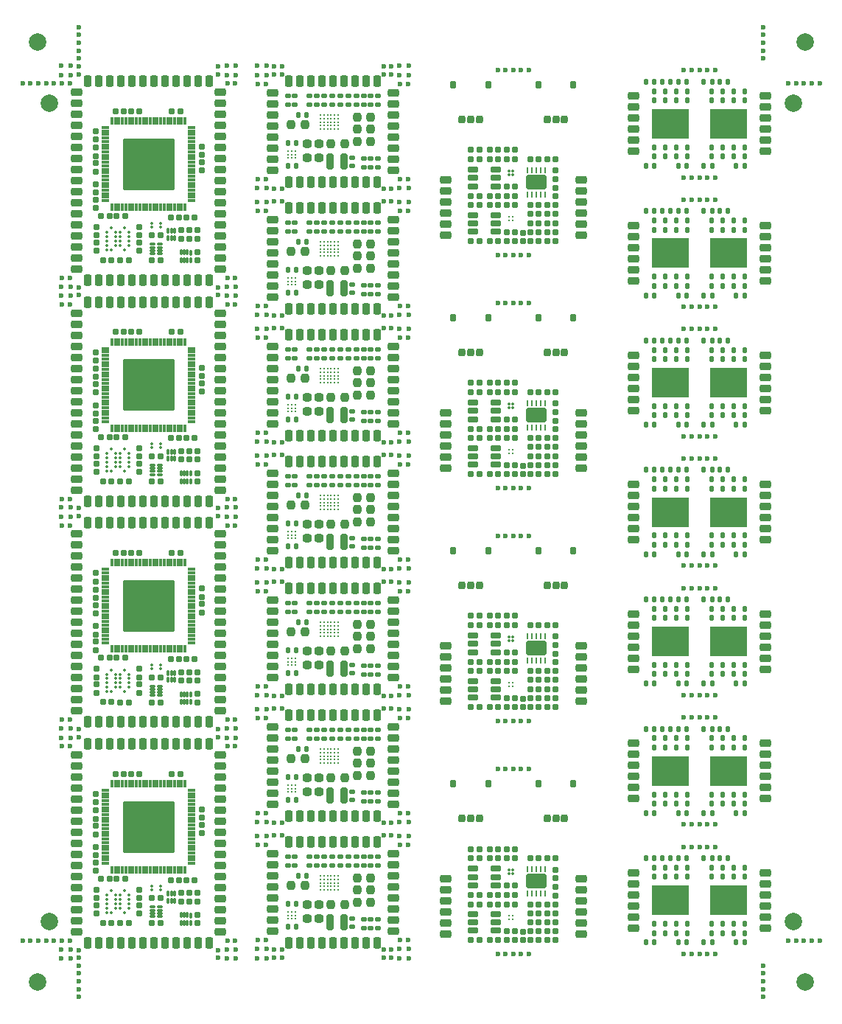
<source format=gbr>
%TF.GenerationSoftware,KiCad,Pcbnew,8.0.4*%
%TF.CreationDate,2024-12-12T20:15:35+01:00*%
%TF.ProjectId,Combined_Module_Panel,436f6d62-696e-4656-945f-4d6f64756c65,rev?*%
%TF.SameCoordinates,Original*%
%TF.FileFunction,Soldermask,Top*%
%TF.FilePolarity,Negative*%
%FSLAX46Y46*%
G04 Gerber Fmt 4.6, Leading zero omitted, Abs format (unit mm)*
G04 Created by KiCad (PCBNEW 8.0.4) date 2024-12-12 20:15:35*
%MOMM*%
%LPD*%
G01*
G04 APERTURE LIST*
G04 Aperture macros list*
%AMRoundRect*
0 Rectangle with rounded corners*
0 $1 Rounding radius*
0 $2 $3 $4 $5 $6 $7 $8 $9 X,Y pos of 4 corners*
0 Add a 4 corners polygon primitive as box body*
4,1,4,$2,$3,$4,$5,$6,$7,$8,$9,$2,$3,0*
0 Add four circle primitives for the rounded corners*
1,1,$1+$1,$2,$3*
1,1,$1+$1,$4,$5*
1,1,$1+$1,$6,$7*
1,1,$1+$1,$8,$9*
0 Add four rect primitives between the rounded corners*
20,1,$1+$1,$2,$3,$4,$5,0*
20,1,$1+$1,$4,$5,$6,$7,0*
20,1,$1+$1,$6,$7,$8,$9,0*
20,1,$1+$1,$8,$9,$2,$3,0*%
G04 Aperture macros list end*
%ADD10RoundRect,0.167500X-0.192500X0.167500X-0.192500X-0.167500X0.192500X-0.167500X0.192500X0.167500X0*%
%ADD11RoundRect,0.167500X0.167500X0.192500X-0.167500X0.192500X-0.167500X-0.192500X0.167500X-0.192500X0*%
%ADD12RoundRect,0.162500X0.162500X0.287500X-0.162500X0.287500X-0.162500X-0.287500X0.162500X-0.287500X0*%
%ADD13RoundRect,0.200000X0.200000X0.250000X-0.200000X0.250000X-0.200000X-0.250000X0.200000X-0.250000X0*%
%ADD14RoundRect,0.167500X-0.167500X-0.192500X0.167500X-0.192500X0.167500X0.192500X-0.167500X0.192500X0*%
%ADD15RoundRect,0.175000X-0.425000X-0.175000X0.425000X-0.175000X0.425000X0.175000X-0.425000X0.175000X0*%
%ADD16RoundRect,0.165000X1.035000X-0.660000X1.035000X0.660000X-1.035000X0.660000X-1.035000X-0.660000X0*%
%ADD17RoundRect,0.060000X0.060000X-0.240000X0.060000X0.240000X-0.060000X0.240000X-0.060000X-0.240000X0*%
%ADD18RoundRect,0.225000X0.415000X-0.225000X0.415000X0.225000X-0.415000X0.225000X-0.415000X-0.225000X0*%
%ADD19RoundRect,0.167500X0.192500X-0.167500X0.192500X0.167500X-0.192500X0.167500X-0.192500X-0.167500X0*%
%ADD20C,0.350000*%
%ADD21C,0.300000*%
%ADD22C,0.600000*%
%ADD23RoundRect,0.142500X-0.142500X-0.167500X0.142500X-0.167500X0.142500X0.167500X-0.142500X0.167500X0*%
%ADD24RoundRect,0.237500X-0.237500X-0.262500X0.237500X-0.262500X0.237500X0.262500X-0.237500X0.262500X0*%
%ADD25RoundRect,0.067500X-0.067500X0.282500X-0.067500X-0.282500X0.067500X-0.282500X0.067500X0.282500X0*%
%ADD26C,2.000000*%
%ADD27RoundRect,0.142500X0.142500X0.167500X-0.142500X0.167500X-0.142500X-0.167500X0.142500X-0.167500X0*%
%ADD28RoundRect,0.142500X-0.167500X0.142500X-0.167500X-0.142500X0.167500X-0.142500X0.167500X0.142500X0*%
%ADD29RoundRect,0.125000X0.125000X-0.200000X0.125000X0.200000X-0.125000X0.200000X-0.125000X-0.200000X0*%
%ADD30RoundRect,0.125000X0.125000X-0.250000X0.125000X0.250000X-0.125000X0.250000X-0.125000X-0.250000X0*%
%ADD31R,4.300000X3.400000*%
%ADD32RoundRect,0.142500X0.167500X-0.142500X0.167500X0.142500X-0.167500X0.142500X-0.167500X-0.142500X0*%
%ADD33RoundRect,0.225000X-0.415000X0.225000X-0.415000X-0.225000X0.415000X-0.225000X0.415000X0.225000X0*%
%ADD34RoundRect,0.237500X0.237500X0.262500X-0.237500X0.262500X-0.237500X-0.262500X0.237500X-0.262500X0*%
%ADD35C,0.330000*%
%ADD36RoundRect,0.237500X-0.262500X0.237500X-0.262500X-0.237500X0.262500X-0.237500X0.262500X0.237500X0*%
%ADD37RoundRect,0.068750X-0.068750X0.281250X-0.068750X-0.281250X0.068750X-0.281250X0.068750X0.281250X0*%
%ADD38RoundRect,0.068750X-0.068750X0.231250X-0.068750X-0.231250X0.068750X-0.231250X0.068750X0.231250X0*%
%ADD39RoundRect,0.068750X0.281250X0.068750X-0.281250X0.068750X-0.281250X-0.068750X0.281250X-0.068750X0*%
%ADD40RoundRect,0.068750X0.231250X0.068750X-0.231250X0.068750X-0.231250X-0.068750X0.231250X-0.068750X0*%
%ADD41RoundRect,0.200000X0.200000X0.700000X-0.200000X0.700000X-0.200000X-0.700000X0.200000X-0.700000X0*%
%ADD42RoundRect,0.225000X0.225000X0.415000X-0.225000X0.415000X-0.225000X-0.415000X0.225000X-0.415000X0*%
%ADD43RoundRect,0.225000X-0.225000X-0.415000X0.225000X-0.415000X0.225000X0.415000X-0.225000X0.415000X0*%
%ADD44RoundRect,0.075000X0.075000X-0.387500X0.075000X0.387500X-0.075000X0.387500X-0.075000X-0.387500X0*%
%ADD45RoundRect,0.075000X0.387500X-0.075000X0.387500X0.075000X-0.387500X0.075000X-0.387500X-0.075000X0*%
%ADD46RoundRect,0.075000X-0.387500X-0.075000X0.387500X-0.075000X0.387500X0.075000X-0.387500X0.075000X0*%
%ADD47RoundRect,0.050000X2.875000X-2.875000X2.875000X2.875000X-2.875000X2.875000X-2.875000X-2.875000X0*%
G04 APERTURE END LIST*
D10*
%TO.C,R60*%
X148104503Y-139602781D03*
X148104503Y-138642781D03*
%TD*%
D11*
%TO.C,R12*%
X140540581Y-144746381D03*
X141500581Y-144746381D03*
%TD*%
%TO.C,R64*%
X140540581Y-134267703D03*
X141500581Y-134267703D03*
%TD*%
D12*
%TO.C,J2*%
X136338581Y-126790703D03*
X140388581Y-126790703D03*
D13*
X137363581Y-130790703D03*
X138363581Y-130790703D03*
X139363581Y-130790703D03*
%TD*%
D14*
%TO.C,C20*%
X141500581Y-139552981D03*
X140540581Y-139552981D03*
%TD*%
%TO.C,C21*%
X146167503Y-143707781D03*
X145207503Y-143707781D03*
%TD*%
%TO.C,R14*%
X146167503Y-140621381D03*
X145207503Y-140621381D03*
%TD*%
%TO.C,R19*%
X148104503Y-142685981D03*
X147144503Y-142685981D03*
%TD*%
D11*
%TO.C,C31*%
X138370581Y-144746381D03*
X139330581Y-144746381D03*
%TD*%
D14*
%TO.C,C78*%
X143450581Y-143707781D03*
X142490581Y-143707781D03*
%TD*%
D10*
%TO.C,R15*%
X148104503Y-137607381D03*
X148104503Y-136647381D03*
%TD*%
D14*
%TO.C,C19*%
X143450581Y-135336103D03*
X142490581Y-135336103D03*
%TD*%
D15*
%TO.C,U25*%
X141235581Y-142685981D03*
X141235581Y-141735981D03*
X141235581Y-143635981D03*
X138635581Y-143635981D03*
X138635581Y-142685981D03*
X138635581Y-141735981D03*
%TD*%
D14*
%TO.C,R59*%
X148092503Y-135336103D03*
X147132503Y-135336103D03*
%TD*%
%TO.C,R58*%
X148104503Y-140621381D03*
X147144503Y-140621381D03*
%TD*%
%TO.C,R16*%
X148104503Y-143707781D03*
X147144503Y-143707781D03*
%TD*%
D15*
%TO.C,U24*%
X141235581Y-137488381D03*
X141235581Y-136538381D03*
X141235581Y-138438381D03*
X138635581Y-138438381D03*
X138635581Y-137488381D03*
X138635581Y-136538381D03*
%TD*%
D16*
%TO.C,U6*%
X145901303Y-137978742D03*
D17*
X144901303Y-136578742D03*
X145401303Y-136578742D03*
X145901303Y-136578742D03*
X146401303Y-136578742D03*
X146901303Y-136578742D03*
X146901303Y-139378742D03*
X146401303Y-139378742D03*
X145901303Y-139378742D03*
X145401303Y-139378742D03*
X144901303Y-139378742D03*
%TD*%
D14*
%TO.C,R11*%
X139330581Y-139552981D03*
X138370581Y-139552981D03*
%TD*%
D11*
%TO.C,C25*%
X142490581Y-134267703D03*
X143450581Y-134267703D03*
%TD*%
D14*
%TO.C,C23*%
X146167503Y-141640581D03*
X145207503Y-141640581D03*
%TD*%
D11*
%TO.C,C26*%
X145207503Y-135336103D03*
X146167503Y-135336103D03*
%TD*%
%TO.C,C82*%
X140540581Y-135336103D03*
X141500581Y-135336103D03*
%TD*%
D14*
%TO.C,C24*%
X146167503Y-142685981D03*
X145207503Y-142685981D03*
%TD*%
%TO.C,R18*%
X148104503Y-141641981D03*
X147144503Y-141641981D03*
%TD*%
D11*
%TO.C,C81*%
X140540581Y-140621381D03*
X141500581Y-140621381D03*
%TD*%
D14*
%TO.C,C22*%
X146167503Y-144746381D03*
X145207503Y-144746381D03*
%TD*%
D18*
%TO.C,J13*%
X151054162Y-137696703D03*
X151054162Y-138966703D03*
X151054162Y-140236703D03*
X151054162Y-141506703D03*
X151054162Y-142776703D03*
X151054162Y-144046703D03*
X135446000Y-144046703D03*
X135446000Y-142776703D03*
X135446000Y-141506703D03*
X135446000Y-140236703D03*
X135446000Y-138966703D03*
X135446000Y-137696703D03*
%TD*%
D14*
%TO.C,C83*%
X143460581Y-144746381D03*
X142500581Y-144746381D03*
%TD*%
D11*
%TO.C,C32*%
X138370581Y-140621381D03*
X139330581Y-140621381D03*
%TD*%
D14*
%TO.C,C33*%
X143450581Y-139552981D03*
X142490581Y-139552981D03*
%TD*%
D19*
%TO.C,FB2*%
X144324703Y-143767781D03*
X144324703Y-144727781D03*
%TD*%
D12*
%TO.C,J11*%
X146111581Y-126790703D03*
X150161581Y-126790703D03*
D13*
X147136581Y-130790703D03*
X148136581Y-130790703D03*
X149136581Y-130790703D03*
%TD*%
D14*
%TO.C,R17*%
X148104503Y-144746381D03*
X147144503Y-144746381D03*
%TD*%
%TO.C,C77*%
X143450581Y-140621381D03*
X142490581Y-140621381D03*
%TD*%
%TO.C,R13*%
X139330581Y-134267703D03*
X138370581Y-134267703D03*
%TD*%
D20*
%TO.C,U5*%
X143170581Y-137110342D03*
X142770581Y-137110342D03*
X143170581Y-136710342D03*
X142770581Y-136710342D03*
%TD*%
D14*
%TO.C,C28*%
X143450581Y-138484581D03*
X142490581Y-138484581D03*
%TD*%
D21*
%TO.C,U4*%
X143170581Y-141964581D03*
X143170581Y-142364581D03*
X142770581Y-141964581D03*
X142770581Y-142364581D03*
%TD*%
D14*
%TO.C,R63*%
X139330581Y-135336103D03*
X138370581Y-135336103D03*
%TD*%
D22*
%TO.C,*%
X142350081Y-146325000D03*
%TD*%
%TO.C,*%
X145050081Y-125112382D03*
%TD*%
%TO.C,*%
X142350081Y-146325000D03*
%TD*%
%TO.C,*%
X144150081Y-146325000D03*
%TD*%
%TO.C,*%
X142350081Y-146325000D03*
%TD*%
%TO.C,*%
X141450081Y-146325000D03*
%TD*%
%TO.C,*%
X143250081Y-146325000D03*
%TD*%
%TO.C,*%
X145050081Y-125112382D03*
%TD*%
%TO.C,*%
X143250081Y-125112382D03*
%TD*%
%TO.C,*%
X142350081Y-125112382D03*
%TD*%
%TO.C,*%
X144150081Y-125112382D03*
%TD*%
%TO.C,*%
X141450081Y-146325000D03*
%TD*%
%TO.C,*%
X144150081Y-146325000D03*
%TD*%
%TO.C,*%
X142350081Y-125112382D03*
%TD*%
%TO.C,*%
X143250081Y-146325000D03*
%TD*%
%TO.C,*%
X141450081Y-146325000D03*
%TD*%
%TO.C,*%
X141450081Y-125112382D03*
%TD*%
%TO.C,*%
X141450081Y-125112382D03*
%TD*%
%TO.C,*%
X142350081Y-146325000D03*
%TD*%
%TO.C,*%
X145050081Y-146325000D03*
%TD*%
%TO.C,*%
X144150081Y-125112382D03*
%TD*%
%TO.C,*%
X145050081Y-146325000D03*
%TD*%
%TO.C,*%
X143250081Y-125112382D03*
%TD*%
%TO.C,*%
X141450081Y-125112382D03*
%TD*%
%TO.C,*%
X145050081Y-125112382D03*
%TD*%
%TO.C,*%
X144150081Y-146325000D03*
%TD*%
%TO.C,*%
X141450081Y-146325000D03*
%TD*%
%TO.C,*%
X143250081Y-146325000D03*
%TD*%
%TO.C,*%
X145050081Y-125112382D03*
%TD*%
%TO.C,*%
X143250081Y-146325000D03*
%TD*%
%TO.C,*%
X145050081Y-146325000D03*
%TD*%
%TO.C,*%
X145050081Y-125112382D03*
%TD*%
%TO.C,*%
X144150081Y-125112382D03*
%TD*%
%TO.C,*%
X141450081Y-146325000D03*
%TD*%
%TO.C,*%
X143250081Y-125112382D03*
%TD*%
%TO.C,*%
X144150081Y-146325000D03*
%TD*%
%TO.C,*%
X142350081Y-125112382D03*
%TD*%
%TO.C,*%
X145050081Y-146325000D03*
%TD*%
%TO.C,*%
X142350081Y-125112382D03*
%TD*%
%TO.C,*%
X143250081Y-125112382D03*
%TD*%
%TO.C,*%
X144150081Y-125112382D03*
%TD*%
%TO.C,*%
X141450081Y-125112382D03*
%TD*%
D10*
%TO.C,R60*%
X148104503Y-112832400D03*
X148104503Y-111872400D03*
%TD*%
D11*
%TO.C,R12*%
X140540581Y-117976000D03*
X141500581Y-117976000D03*
%TD*%
%TO.C,R64*%
X140540581Y-107497322D03*
X141500581Y-107497322D03*
%TD*%
D12*
%TO.C,J2*%
X136338581Y-100020322D03*
X140388581Y-100020322D03*
D13*
X137363581Y-104020322D03*
X138363581Y-104020322D03*
X139363581Y-104020322D03*
%TD*%
D14*
%TO.C,C20*%
X141500581Y-112782600D03*
X140540581Y-112782600D03*
%TD*%
%TO.C,C21*%
X146167503Y-116937400D03*
X145207503Y-116937400D03*
%TD*%
%TO.C,R14*%
X146167503Y-113851000D03*
X145207503Y-113851000D03*
%TD*%
%TO.C,R19*%
X148104503Y-115915600D03*
X147144503Y-115915600D03*
%TD*%
D11*
%TO.C,C31*%
X138370581Y-117976000D03*
X139330581Y-117976000D03*
%TD*%
D14*
%TO.C,C78*%
X143450581Y-116937400D03*
X142490581Y-116937400D03*
%TD*%
D10*
%TO.C,R15*%
X148104503Y-110837000D03*
X148104503Y-109877000D03*
%TD*%
D14*
%TO.C,C19*%
X143450581Y-108565722D03*
X142490581Y-108565722D03*
%TD*%
D15*
%TO.C,U25*%
X141235581Y-115915600D03*
X141235581Y-114965600D03*
X141235581Y-116865600D03*
X138635581Y-116865600D03*
X138635581Y-115915600D03*
X138635581Y-114965600D03*
%TD*%
D14*
%TO.C,R59*%
X148092503Y-108565722D03*
X147132503Y-108565722D03*
%TD*%
%TO.C,R58*%
X148104503Y-113851000D03*
X147144503Y-113851000D03*
%TD*%
%TO.C,R16*%
X148104503Y-116937400D03*
X147144503Y-116937400D03*
%TD*%
D15*
%TO.C,U24*%
X141235581Y-110718000D03*
X141235581Y-109768000D03*
X141235581Y-111668000D03*
X138635581Y-111668000D03*
X138635581Y-110718000D03*
X138635581Y-109768000D03*
%TD*%
D16*
%TO.C,U6*%
X145901303Y-111208361D03*
D17*
X144901303Y-109808361D03*
X145401303Y-109808361D03*
X145901303Y-109808361D03*
X146401303Y-109808361D03*
X146901303Y-109808361D03*
X146901303Y-112608361D03*
X146401303Y-112608361D03*
X145901303Y-112608361D03*
X145401303Y-112608361D03*
X144901303Y-112608361D03*
%TD*%
D14*
%TO.C,R11*%
X139330581Y-112782600D03*
X138370581Y-112782600D03*
%TD*%
D11*
%TO.C,C25*%
X142490581Y-107497322D03*
X143450581Y-107497322D03*
%TD*%
D14*
%TO.C,C23*%
X146167503Y-114870200D03*
X145207503Y-114870200D03*
%TD*%
D11*
%TO.C,C26*%
X145207503Y-108565722D03*
X146167503Y-108565722D03*
%TD*%
%TO.C,C82*%
X140540581Y-108565722D03*
X141500581Y-108565722D03*
%TD*%
D14*
%TO.C,C24*%
X146167503Y-115915600D03*
X145207503Y-115915600D03*
%TD*%
%TO.C,R18*%
X148104503Y-114871600D03*
X147144503Y-114871600D03*
%TD*%
D11*
%TO.C,C81*%
X140540581Y-113851000D03*
X141500581Y-113851000D03*
%TD*%
D14*
%TO.C,C22*%
X146167503Y-117976000D03*
X145207503Y-117976000D03*
%TD*%
D18*
%TO.C,J13*%
X151054162Y-110926322D03*
X151054162Y-112196322D03*
X151054162Y-113466322D03*
X151054162Y-114736322D03*
X151054162Y-116006322D03*
X151054162Y-117276322D03*
X135446000Y-117276322D03*
X135446000Y-116006322D03*
X135446000Y-114736322D03*
X135446000Y-113466322D03*
X135446000Y-112196322D03*
X135446000Y-110926322D03*
%TD*%
D14*
%TO.C,C83*%
X143460581Y-117976000D03*
X142500581Y-117976000D03*
%TD*%
D11*
%TO.C,C32*%
X138370581Y-113851000D03*
X139330581Y-113851000D03*
%TD*%
D14*
%TO.C,C33*%
X143450581Y-112782600D03*
X142490581Y-112782600D03*
%TD*%
D19*
%TO.C,FB2*%
X144324703Y-116997400D03*
X144324703Y-117957400D03*
%TD*%
D12*
%TO.C,J11*%
X146111581Y-100020322D03*
X150161581Y-100020322D03*
D13*
X147136581Y-104020322D03*
X148136581Y-104020322D03*
X149136581Y-104020322D03*
%TD*%
D14*
%TO.C,R17*%
X148104503Y-117976000D03*
X147144503Y-117976000D03*
%TD*%
%TO.C,C77*%
X143450581Y-113851000D03*
X142490581Y-113851000D03*
%TD*%
%TO.C,R13*%
X139330581Y-107497322D03*
X138370581Y-107497322D03*
%TD*%
D20*
%TO.C,U5*%
X143170581Y-110339961D03*
X142770581Y-110339961D03*
X143170581Y-109939961D03*
X142770581Y-109939961D03*
%TD*%
D14*
%TO.C,C28*%
X143450581Y-111714200D03*
X142490581Y-111714200D03*
%TD*%
D21*
%TO.C,U4*%
X143170581Y-115194200D03*
X143170581Y-115594200D03*
X142770581Y-115194200D03*
X142770581Y-115594200D03*
%TD*%
D14*
%TO.C,R63*%
X139330581Y-108565722D03*
X138370581Y-108565722D03*
%TD*%
D22*
%TO.C,*%
X142350081Y-119554619D03*
%TD*%
%TO.C,*%
X145050081Y-98342001D03*
%TD*%
%TO.C,*%
X142350081Y-119554619D03*
%TD*%
%TO.C,*%
X144150081Y-119554619D03*
%TD*%
%TO.C,*%
X142350081Y-119554619D03*
%TD*%
%TO.C,*%
X141450081Y-119554619D03*
%TD*%
%TO.C,*%
X143250081Y-119554619D03*
%TD*%
%TO.C,*%
X145050081Y-98342001D03*
%TD*%
%TO.C,*%
X143250081Y-98342001D03*
%TD*%
%TO.C,*%
X142350081Y-98342001D03*
%TD*%
%TO.C,*%
X144150081Y-98342001D03*
%TD*%
%TO.C,*%
X141450081Y-119554619D03*
%TD*%
%TO.C,*%
X144150081Y-119554619D03*
%TD*%
%TO.C,*%
X142350081Y-98342001D03*
%TD*%
%TO.C,*%
X143250081Y-119554619D03*
%TD*%
%TO.C,*%
X141450081Y-119554619D03*
%TD*%
%TO.C,*%
X141450081Y-98342001D03*
%TD*%
%TO.C,*%
X141450081Y-98342001D03*
%TD*%
%TO.C,*%
X142350081Y-119554619D03*
%TD*%
%TO.C,*%
X145050081Y-119554619D03*
%TD*%
%TO.C,*%
X144150081Y-98342001D03*
%TD*%
%TO.C,*%
X145050081Y-119554619D03*
%TD*%
%TO.C,*%
X143250081Y-98342001D03*
%TD*%
%TO.C,*%
X141450081Y-98342001D03*
%TD*%
%TO.C,*%
X145050081Y-98342001D03*
%TD*%
%TO.C,*%
X144150081Y-119554619D03*
%TD*%
%TO.C,*%
X141450081Y-119554619D03*
%TD*%
%TO.C,*%
X143250081Y-119554619D03*
%TD*%
%TO.C,*%
X145050081Y-98342001D03*
%TD*%
%TO.C,*%
X143250081Y-119554619D03*
%TD*%
%TO.C,*%
X145050081Y-119554619D03*
%TD*%
%TO.C,*%
X145050081Y-98342001D03*
%TD*%
%TO.C,*%
X144150081Y-98342001D03*
%TD*%
%TO.C,*%
X141450081Y-119554619D03*
%TD*%
%TO.C,*%
X143250081Y-98342001D03*
%TD*%
%TO.C,*%
X144150081Y-119554619D03*
%TD*%
%TO.C,*%
X142350081Y-98342001D03*
%TD*%
%TO.C,*%
X145050081Y-119554619D03*
%TD*%
%TO.C,*%
X142350081Y-98342001D03*
%TD*%
%TO.C,*%
X143250081Y-98342001D03*
%TD*%
%TO.C,*%
X144150081Y-98342001D03*
%TD*%
%TO.C,*%
X141450081Y-98342001D03*
%TD*%
D10*
%TO.C,R60*%
X148104503Y-86079400D03*
X148104503Y-85119400D03*
%TD*%
D11*
%TO.C,R12*%
X140540581Y-91223000D03*
X141500581Y-91223000D03*
%TD*%
%TO.C,R64*%
X140540581Y-80744322D03*
X141500581Y-80744322D03*
%TD*%
D12*
%TO.C,J2*%
X136338581Y-73267322D03*
X140388581Y-73267322D03*
D13*
X137363581Y-77267322D03*
X138363581Y-77267322D03*
X139363581Y-77267322D03*
%TD*%
D14*
%TO.C,C20*%
X141500581Y-86029600D03*
X140540581Y-86029600D03*
%TD*%
%TO.C,C21*%
X146167503Y-90184400D03*
X145207503Y-90184400D03*
%TD*%
%TO.C,R14*%
X146167503Y-87098000D03*
X145207503Y-87098000D03*
%TD*%
%TO.C,R19*%
X148104503Y-89162600D03*
X147144503Y-89162600D03*
%TD*%
D11*
%TO.C,C31*%
X138370581Y-91223000D03*
X139330581Y-91223000D03*
%TD*%
D14*
%TO.C,C78*%
X143450581Y-90184400D03*
X142490581Y-90184400D03*
%TD*%
D10*
%TO.C,R15*%
X148104503Y-84084000D03*
X148104503Y-83124000D03*
%TD*%
D14*
%TO.C,C19*%
X143450581Y-81812722D03*
X142490581Y-81812722D03*
%TD*%
D15*
%TO.C,U25*%
X141235581Y-89162600D03*
X141235581Y-88212600D03*
X141235581Y-90112600D03*
X138635581Y-90112600D03*
X138635581Y-89162600D03*
X138635581Y-88212600D03*
%TD*%
D14*
%TO.C,R59*%
X148092503Y-81812722D03*
X147132503Y-81812722D03*
%TD*%
%TO.C,R58*%
X148104503Y-87098000D03*
X147144503Y-87098000D03*
%TD*%
%TO.C,R16*%
X148104503Y-90184400D03*
X147144503Y-90184400D03*
%TD*%
D15*
%TO.C,U24*%
X141235581Y-83965000D03*
X141235581Y-83015000D03*
X141235581Y-84915000D03*
X138635581Y-84915000D03*
X138635581Y-83965000D03*
X138635581Y-83015000D03*
%TD*%
D16*
%TO.C,U6*%
X145901303Y-84455361D03*
D17*
X144901303Y-83055361D03*
X145401303Y-83055361D03*
X145901303Y-83055361D03*
X146401303Y-83055361D03*
X146901303Y-83055361D03*
X146901303Y-85855361D03*
X146401303Y-85855361D03*
X145901303Y-85855361D03*
X145401303Y-85855361D03*
X144901303Y-85855361D03*
%TD*%
D14*
%TO.C,R11*%
X139330581Y-86029600D03*
X138370581Y-86029600D03*
%TD*%
D11*
%TO.C,C25*%
X142490581Y-80744322D03*
X143450581Y-80744322D03*
%TD*%
D14*
%TO.C,C23*%
X146167503Y-88117200D03*
X145207503Y-88117200D03*
%TD*%
D11*
%TO.C,C26*%
X145207503Y-81812722D03*
X146167503Y-81812722D03*
%TD*%
%TO.C,C82*%
X140540581Y-81812722D03*
X141500581Y-81812722D03*
%TD*%
D14*
%TO.C,C24*%
X146167503Y-89162600D03*
X145207503Y-89162600D03*
%TD*%
%TO.C,R18*%
X148104503Y-88118600D03*
X147144503Y-88118600D03*
%TD*%
D11*
%TO.C,C81*%
X140540581Y-87098000D03*
X141500581Y-87098000D03*
%TD*%
D14*
%TO.C,C22*%
X146167503Y-91223000D03*
X145207503Y-91223000D03*
%TD*%
D18*
%TO.C,J13*%
X151054162Y-84173322D03*
X151054162Y-85443322D03*
X151054162Y-86713322D03*
X151054162Y-87983322D03*
X151054162Y-89253322D03*
X151054162Y-90523322D03*
X135446000Y-90523322D03*
X135446000Y-89253322D03*
X135446000Y-87983322D03*
X135446000Y-86713322D03*
X135446000Y-85443322D03*
X135446000Y-84173322D03*
%TD*%
D14*
%TO.C,C83*%
X143460581Y-91223000D03*
X142500581Y-91223000D03*
%TD*%
D11*
%TO.C,C32*%
X138370581Y-87098000D03*
X139330581Y-87098000D03*
%TD*%
D14*
%TO.C,C33*%
X143450581Y-86029600D03*
X142490581Y-86029600D03*
%TD*%
D19*
%TO.C,FB2*%
X144324703Y-90244400D03*
X144324703Y-91204400D03*
%TD*%
D12*
%TO.C,J11*%
X146111581Y-73267322D03*
X150161581Y-73267322D03*
D13*
X147136581Y-77267322D03*
X148136581Y-77267322D03*
X149136581Y-77267322D03*
%TD*%
D14*
%TO.C,R17*%
X148104503Y-91223000D03*
X147144503Y-91223000D03*
%TD*%
%TO.C,C77*%
X143450581Y-87098000D03*
X142490581Y-87098000D03*
%TD*%
%TO.C,R13*%
X139330581Y-80744322D03*
X138370581Y-80744322D03*
%TD*%
D20*
%TO.C,U5*%
X143170581Y-83586961D03*
X142770581Y-83586961D03*
X143170581Y-83186961D03*
X142770581Y-83186961D03*
%TD*%
D14*
%TO.C,C28*%
X143450581Y-84961200D03*
X142490581Y-84961200D03*
%TD*%
D21*
%TO.C,U4*%
X143170581Y-88441200D03*
X143170581Y-88841200D03*
X142770581Y-88441200D03*
X142770581Y-88841200D03*
%TD*%
D14*
%TO.C,R63*%
X139330581Y-81812722D03*
X138370581Y-81812722D03*
%TD*%
D22*
%TO.C,*%
X142350081Y-92801619D03*
%TD*%
%TO.C,*%
X145050081Y-71589001D03*
%TD*%
%TO.C,*%
X142350081Y-92801619D03*
%TD*%
%TO.C,*%
X144150081Y-92801619D03*
%TD*%
%TO.C,*%
X142350081Y-92801619D03*
%TD*%
%TO.C,*%
X141450081Y-92801619D03*
%TD*%
%TO.C,*%
X143250081Y-92801619D03*
%TD*%
%TO.C,*%
X145050081Y-71589001D03*
%TD*%
%TO.C,*%
X143250081Y-71589001D03*
%TD*%
%TO.C,*%
X142350081Y-71589001D03*
%TD*%
%TO.C,*%
X144150081Y-71589001D03*
%TD*%
%TO.C,*%
X141450081Y-92801619D03*
%TD*%
%TO.C,*%
X144150081Y-92801619D03*
%TD*%
%TO.C,*%
X142350081Y-71589001D03*
%TD*%
%TO.C,*%
X143250081Y-92801619D03*
%TD*%
%TO.C,*%
X141450081Y-92801619D03*
%TD*%
%TO.C,*%
X141450081Y-71589001D03*
%TD*%
%TO.C,*%
X141450081Y-71589001D03*
%TD*%
%TO.C,*%
X142350081Y-92801619D03*
%TD*%
%TO.C,*%
X145050081Y-92801619D03*
%TD*%
%TO.C,*%
X144150081Y-71589001D03*
%TD*%
%TO.C,*%
X145050081Y-92801619D03*
%TD*%
%TO.C,*%
X143250081Y-71589001D03*
%TD*%
%TO.C,*%
X141450081Y-71589001D03*
%TD*%
%TO.C,*%
X145050081Y-71589001D03*
%TD*%
%TO.C,*%
X144150081Y-92801619D03*
%TD*%
%TO.C,*%
X141450081Y-92801619D03*
%TD*%
%TO.C,*%
X143250081Y-92801619D03*
%TD*%
%TO.C,*%
X145050081Y-71589001D03*
%TD*%
%TO.C,*%
X143250081Y-92801619D03*
%TD*%
%TO.C,*%
X145050081Y-92801619D03*
%TD*%
%TO.C,*%
X145050081Y-71589001D03*
%TD*%
%TO.C,*%
X144150081Y-71589001D03*
%TD*%
%TO.C,*%
X141450081Y-92801619D03*
%TD*%
%TO.C,*%
X143250081Y-71589001D03*
%TD*%
%TO.C,*%
X144150081Y-92801619D03*
%TD*%
%TO.C,*%
X142350081Y-71589001D03*
%TD*%
%TO.C,*%
X145050081Y-92801619D03*
%TD*%
%TO.C,*%
X142350081Y-71589001D03*
%TD*%
%TO.C,*%
X143250081Y-71589001D03*
%TD*%
%TO.C,*%
X144150081Y-71589001D03*
%TD*%
%TO.C,*%
X141450081Y-71589001D03*
%TD*%
%TO.C,*%
X129247632Y-88972300D03*
%TD*%
%TO.C,*%
X165554162Y-146325000D03*
%TD*%
D23*
%TO.C,R50*%
X165139162Y-70683333D03*
X166099162Y-70683333D03*
%TD*%
D22*
%TO.C,*%
X163754162Y-59701000D03*
%TD*%
D24*
%TO.C,C9*%
X125273000Y-50198500D03*
X126873000Y-50198500D03*
%TD*%
D22*
%TO.C,*%
X130235500Y-101015300D03*
%TD*%
%TO.C,*%
X130147632Y-45373868D03*
%TD*%
D25*
%TO.C,U22*%
X104294000Y-139414000D03*
X103944000Y-139414000D03*
X103594000Y-139414000D03*
X103594000Y-140214000D03*
X103944000Y-140214000D03*
X104294000Y-140214000D03*
%TD*%
D22*
%TO.C,*%
X163754162Y-134025000D03*
%TD*%
D26*
%TO.C,REF\u002A\u002A*%
X176754162Y-149575000D03*
%TD*%
D20*
%TO.C,U17*%
X98553000Y-141580000D03*
X97053000Y-141580000D03*
X96553000Y-141580000D03*
X99053000Y-141080000D03*
X98053000Y-141080000D03*
X97553000Y-141080000D03*
X96553000Y-141080000D03*
X99053000Y-140580000D03*
X98053000Y-140580000D03*
X97553000Y-140580000D03*
X96553000Y-140580000D03*
X99053000Y-140080000D03*
X98053000Y-140080000D03*
X97553000Y-140080000D03*
X96553000Y-140080000D03*
X99053000Y-139580000D03*
X98053000Y-139580000D03*
X97553000Y-139580000D03*
X96553000Y-139580000D03*
X98553000Y-139080000D03*
X97053000Y-139080000D03*
%TD*%
D22*
%TO.C,*%
X165554162Y-74566000D03*
%TD*%
D27*
%TO.C,R51*%
X169814162Y-100413333D03*
X168854162Y-100413333D03*
%TD*%
D22*
%TO.C,*%
X166454162Y-89431000D03*
%TD*%
%TO.C,2*%
X175754162Y-144788400D03*
%TD*%
D23*
%TO.C,R49*%
X160346662Y-120473333D03*
X161306662Y-120473333D03*
%TD*%
D22*
%TO.C,*%
X163754162Y-116596000D03*
%TD*%
%TO.C,*%
X113885500Y-104691400D03*
%TD*%
%TO.C,*%
X166454162Y-131461000D03*
%TD*%
D27*
%TO.C,C16*%
X119503000Y-137396100D03*
X118543000Y-137396100D03*
%TD*%
D22*
%TO.C,*%
X145050081Y-66048619D03*
%TD*%
D28*
%TO.C,R8*%
X120673000Y-106066900D03*
X120673000Y-107026900D03*
%TD*%
D22*
%TO.C,*%
X166454162Y-57136000D03*
%TD*%
D11*
%TO.C,C72*%
X102691669Y-114554500D03*
X101731669Y-114554500D03*
%TD*%
D22*
%TO.C,*%
X163754162Y-86866000D03*
%TD*%
D10*
%TO.C,C75*%
X105087000Y-63221000D03*
X105087000Y-64181000D03*
%TD*%
D22*
%TO.C,*%
X92257000Y-71743600D03*
%TD*%
D23*
%TO.C,R49*%
X160346662Y-61013333D03*
X161306662Y-61013333D03*
%TD*%
D22*
%TO.C,*%
X110295680Y-146862868D03*
%TD*%
%TO.C,1*%
X174853162Y-46373320D03*
%TD*%
%TO.C,*%
X163754162Y-44836000D03*
%TD*%
%TO.C,*%
X91357000Y-71743600D03*
%TD*%
%TO.C,*%
X163754162Y-72001000D03*
%TD*%
D14*
%TO.C,C66*%
X95877000Y-86959000D03*
X96837000Y-86959000D03*
%TD*%
D23*
%TO.C,C1*%
X117318000Y-53223500D03*
X118278000Y-53223500D03*
%TD*%
D22*
%TO.C,*%
X128347632Y-118102953D03*
%TD*%
D29*
%TO.C,U19*%
X166074162Y-54735833D03*
D30*
X166074162Y-53685833D03*
D29*
X167344162Y-54735833D03*
D30*
X167344162Y-53685833D03*
D29*
X168614162Y-54735833D03*
D30*
X168614162Y-53685833D03*
D29*
X169884162Y-54735833D03*
D30*
X169884162Y-53685833D03*
X169884162Y-48285833D03*
D29*
X169884162Y-47235833D03*
D30*
X168614162Y-48285833D03*
D29*
X168614162Y-47235833D03*
D30*
X167344162Y-48285833D03*
D29*
X167344162Y-47235833D03*
D30*
X166074162Y-48285833D03*
D29*
X166074162Y-47235833D03*
D31*
X167979162Y-50985833D03*
%TD*%
D22*
%TO.C,*%
X165554162Y-44836000D03*
%TD*%
%TO.C,*%
X116673368Y-88972300D03*
%TD*%
%TO.C,*%
X162854162Y-134025000D03*
%TD*%
%TO.C,*%
X163754162Y-57136000D03*
%TD*%
%TO.C,*%
X114873368Y-87522332D03*
%TD*%
D32*
%TO.C,C15*%
X123348000Y-107026900D03*
X123348000Y-106066900D03*
%TD*%
D28*
%TO.C,R5*%
X127698000Y-62380600D03*
X127698000Y-63340600D03*
%TD*%
D10*
%TO.C,R41*%
X95224000Y-134046000D03*
X95224000Y-135006000D03*
%TD*%
D11*
%TO.C,C76*%
X102691669Y-92050000D03*
X101731669Y-92050000D03*
%TD*%
D22*
%TO.C,*%
X142350081Y-66048619D03*
%TD*%
%TO.C,*%
X166454162Y-44836000D03*
%TD*%
D33*
%TO.C,J9*%
X172254162Y-128485833D03*
X172254162Y-127215833D03*
X172254162Y-125945833D03*
X172254162Y-124675833D03*
X172254162Y-123405833D03*
X172254162Y-122135833D03*
X157054162Y-122135833D03*
X157054162Y-123405833D03*
X157054162Y-124675833D03*
X157054162Y-125945833D03*
X157054162Y-127215833D03*
X157054162Y-128485833D03*
%TD*%
D27*
%TO.C,C60*%
X159449162Y-105613333D03*
X158489162Y-105613333D03*
%TD*%
D22*
%TO.C,*%
X114873368Y-145770732D03*
%TD*%
%TO.C,*%
X114785500Y-144701600D03*
%TD*%
%TO.C,*%
X162854162Y-57136000D03*
%TD*%
D28*
%TO.C,R5*%
X127698000Y-76942700D03*
X127698000Y-77902700D03*
%TD*%
D22*
%TO.C,*%
X115773368Y-45286000D03*
%TD*%
%TO.C,*%
X165554162Y-57136000D03*
%TD*%
D32*
%TO.C,C11*%
X121498000Y-107026900D03*
X121498000Y-106066900D03*
%TD*%
D26*
%TO.C,REF\u002A\u002A*%
X175404162Y-48586000D03*
%TD*%
D27*
%TO.C,C60*%
X159449162Y-90748333D03*
X158489162Y-90748333D03*
%TD*%
D22*
%TO.C,*%
X164654162Y-104296000D03*
%TD*%
%TO.C,*%
X165554162Y-86866000D03*
%TD*%
D32*
%TO.C,R2*%
X118148000Y-136151100D03*
X118148000Y-135191100D03*
%TD*%
%TO.C,R57*%
X126048000Y-85102700D03*
X126048000Y-84142700D03*
%TD*%
D22*
%TO.C,*%
X111370868Y-121491868D03*
%TD*%
%TO.C,*%
X166454162Y-89431000D03*
%TD*%
D24*
%TO.C,C7*%
X125273000Y-96684800D03*
X126873000Y-96684800D03*
%TD*%
D11*
%TO.C,R39*%
X97078000Y-92025000D03*
X96118000Y-92025000D03*
%TD*%
D10*
%TO.C,C69*%
X95224000Y-79113000D03*
X95224000Y-80073000D03*
%TD*%
D32*
%TO.C,C10*%
X124698000Y-143201100D03*
X124698000Y-142241100D03*
%TD*%
D22*
%TO.C,*%
X130235500Y-104697853D03*
%TD*%
D32*
%TO.C,C15*%
X123348000Y-63340600D03*
X123348000Y-62380600D03*
%TD*%
D28*
%TO.C,R9*%
X119848000Y-62380600D03*
X119848000Y-63340600D03*
%TD*%
D22*
%TO.C,*%
X114785500Y-133815600D03*
%TD*%
%TO.C,*%
X166454162Y-104296000D03*
%TD*%
%TO.C,*%
X163754162Y-116596000D03*
%TD*%
%TO.C,*%
X129247632Y-45286000D03*
%TD*%
%TO.C,*%
X162854162Y-146325000D03*
%TD*%
%TO.C,*%
X163754162Y-89431000D03*
%TD*%
%TO.C,*%
X113797632Y-103622268D03*
%TD*%
%TO.C,*%
X130147632Y-44298132D03*
%TD*%
D32*
%TO.C,R1*%
X117318000Y-121589000D03*
X117318000Y-120629000D03*
%TD*%
D22*
%TO.C,*%
X165554162Y-131461000D03*
%TD*%
%TO.C,*%
X110295680Y-121491868D03*
%TD*%
%TO.C,*%
X111370868Y-45378868D03*
%TD*%
%TO.C,*%
X113797632Y-145770732D03*
%TD*%
D23*
%TO.C,C1*%
X117318000Y-126034000D03*
X118278000Y-126034000D03*
%TD*%
D22*
%TO.C,*%
X91357000Y-46372600D03*
%TD*%
%TO.C,*%
X165554162Y-116596000D03*
%TD*%
D32*
%TO.C,R1*%
X117318000Y-92464800D03*
X117318000Y-91504800D03*
%TD*%
D34*
%TO.C,C3*%
X119323000Y-138471100D03*
X117723000Y-138471100D03*
%TD*%
D22*
%TO.C,*%
X115773368Y-102172300D03*
%TD*%
%TO.C,*%
X113885500Y-119253500D03*
%TD*%
D11*
%TO.C,C72*%
X102691669Y-89183500D03*
X101731669Y-89183500D03*
%TD*%
D22*
%TO.C,*%
X163754162Y-59701000D03*
%TD*%
D27*
%TO.C,C61*%
X166099162Y-105610833D03*
X165139162Y-105610833D03*
%TD*%
D22*
%TO.C,*%
X166454162Y-116596000D03*
%TD*%
%TO.C,*%
X164654162Y-119161000D03*
%TD*%
%TO.C,*%
X131223368Y-146846468D03*
%TD*%
D35*
%TO.C,U1*%
X117398000Y-68685600D03*
X117798000Y-68685600D03*
X118198000Y-68685600D03*
X117398000Y-69085600D03*
X117798000Y-69085600D03*
X118198000Y-69085600D03*
X117398000Y-69485600D03*
X117798000Y-69485600D03*
X118198000Y-69485600D03*
%TD*%
D22*
%TO.C,*%
X165554162Y-131461000D03*
%TD*%
%TO.C,*%
X165554162Y-101731000D03*
%TD*%
D36*
%TO.C,C4*%
X120873000Y-96984800D03*
X120873000Y-98584800D03*
%TD*%
D14*
%TO.C,C66*%
X95877000Y-61588000D03*
X96837000Y-61588000D03*
%TD*%
D22*
%TO.C,*%
X165554162Y-59701000D03*
%TD*%
D10*
%TO.C,C69*%
X95224000Y-53742000D03*
X95224000Y-54702000D03*
%TD*%
D22*
%TO.C,1*%
X90457000Y-144793400D03*
%TD*%
D27*
%TO.C,C16*%
X119503000Y-50023500D03*
X118543000Y-50023500D03*
%TD*%
D22*
%TO.C,*%
X165554162Y-89431000D03*
%TD*%
%TO.C,*%
X113885500Y-130139500D03*
%TD*%
D10*
%TO.C,C69*%
X95224000Y-104484000D03*
X95224000Y-105444000D03*
%TD*%
D22*
%TO.C,*%
X141450081Y-44836001D03*
%TD*%
D36*
%TO.C,C6*%
X119523000Y-53298500D03*
X119523000Y-54898500D03*
%TD*%
D22*
%TO.C,*%
X114785500Y-90129300D03*
%TD*%
D28*
%TO.C,R6*%
X126873000Y-47818500D03*
X126873000Y-48778500D03*
%TD*%
D10*
%TO.C,C74*%
X106937000Y-65719000D03*
X106937000Y-66679000D03*
%TD*%
D22*
%TO.C,*%
X163754162Y-72001000D03*
%TD*%
%TO.C,*%
X164654162Y-74566000D03*
%TD*%
%TO.C,*%
X130147632Y-89060168D03*
%TD*%
%TO.C,*%
X131135500Y-46443000D03*
%TD*%
D20*
%TO.C,OSC2*%
X102701000Y-87777000D03*
X101701000Y-87777000D03*
X101701000Y-88187000D03*
X102701000Y-88187000D03*
%TD*%
D22*
%TO.C,*%
X131135500Y-90129300D03*
%TD*%
%TO.C,*%
X162854162Y-86866000D03*
%TD*%
%TO.C,*%
X166454162Y-59701000D03*
%TD*%
%TO.C,*%
X114873368Y-118184368D03*
%TD*%
D20*
%TO.C,U17*%
X98553000Y-116209000D03*
X97053000Y-116209000D03*
X96553000Y-116209000D03*
X99053000Y-115709000D03*
X98053000Y-115709000D03*
X97553000Y-115709000D03*
X96553000Y-115709000D03*
X99053000Y-115209000D03*
X98053000Y-115209000D03*
X97553000Y-115209000D03*
X96553000Y-115209000D03*
X99053000Y-114709000D03*
X98053000Y-114709000D03*
X97553000Y-114709000D03*
X96553000Y-114709000D03*
X99053000Y-114209000D03*
X98053000Y-114209000D03*
X97553000Y-114209000D03*
X96553000Y-114209000D03*
X98553000Y-113709000D03*
X97053000Y-113709000D03*
%TD*%
D23*
%TO.C,R52*%
X166959162Y-75880833D03*
X167919162Y-75880833D03*
%TD*%
D22*
%TO.C,*%
X113797632Y-118184368D03*
%TD*%
D28*
%TO.C,R9*%
X119848000Y-47818500D03*
X119848000Y-48778500D03*
%TD*%
D11*
%TO.C,C67*%
X106626000Y-112457000D03*
X105666000Y-112457000D03*
%TD*%
D22*
%TO.C,*%
X113797632Y-87522332D03*
%TD*%
D27*
%TO.C,C61*%
X166099162Y-61015833D03*
X165139162Y-61015833D03*
%TD*%
D22*
%TO.C,*%
X166454162Y-44836000D03*
%TD*%
%TO.C,2*%
X93344320Y-42587000D03*
%TD*%
%TO.C,*%
X91357000Y-122485600D03*
%TD*%
%TO.C,*%
X130235500Y-130139500D03*
%TD*%
%TO.C,*%
X162854162Y-134025000D03*
%TD*%
%TO.C,*%
X130235500Y-61005100D03*
%TD*%
D23*
%TO.C,R50*%
X165139162Y-115278333D03*
X166099162Y-115278333D03*
%TD*%
D22*
%TO.C,*%
X163754162Y-146325000D03*
%TD*%
%TO.C,*%
X114873368Y-102084432D03*
%TD*%
D37*
%TO.C,U20*%
X106144000Y-65799000D03*
D38*
X105794000Y-65749000D03*
X105444000Y-65749000D03*
X105094000Y-65749000D03*
X105094000Y-66649000D03*
X105444000Y-66649000D03*
X105794000Y-66649000D03*
X106144000Y-66649000D03*
%TD*%
D27*
%TO.C,C61*%
X166099162Y-90745833D03*
X165139162Y-90745833D03*
%TD*%
%TO.C,R51*%
X169814162Y-145007333D03*
X168854162Y-145007333D03*
%TD*%
D28*
%TO.C,R5*%
X127698000Y-106066900D03*
X127698000Y-107026900D03*
%TD*%
D22*
%TO.C,*%
X114873368Y-146846468D03*
%TD*%
%TO.C,*%
X110383000Y-68680400D03*
%TD*%
D32*
%TO.C,C13*%
X125223000Y-121589000D03*
X125223000Y-120629000D03*
%TD*%
D22*
%TO.C,*%
X166454162Y-72001000D03*
%TD*%
%TO.C,*%
X164654162Y-89431000D03*
%TD*%
%TO.C,*%
X131135500Y-71884647D03*
%TD*%
%TO.C,*%
X141450081Y-44836001D03*
%TD*%
D23*
%TO.C,R50*%
X165139162Y-100413333D03*
X166099162Y-100413333D03*
%TD*%
D22*
%TO.C,*%
X141450081Y-66048619D03*
%TD*%
D10*
%TO.C,C68*%
X107416000Y-53615000D03*
X107416000Y-54575000D03*
%TD*%
D22*
%TO.C,*%
X165554162Y-72001000D03*
%TD*%
%TO.C,*%
X163754162Y-89431000D03*
%TD*%
%TO.C,*%
X113797632Y-131208632D03*
%TD*%
%TO.C,*%
X110295132Y-95045132D03*
%TD*%
D27*
%TO.C,C16*%
X119503000Y-122834000D03*
X118543000Y-122834000D03*
%TD*%
D10*
%TO.C,R54*%
X106012000Y-113963000D03*
X106012000Y-114923000D03*
%TD*%
%TO.C,R45*%
X100212000Y-140743000D03*
X100212000Y-141703000D03*
%TD*%
D22*
%TO.C,*%
X164654162Y-59701000D03*
%TD*%
D24*
%TO.C,C8*%
X125273000Y-138971100D03*
X126873000Y-138971100D03*
%TD*%
D34*
%TO.C,C3*%
X119323000Y-123909000D03*
X117723000Y-123909000D03*
%TD*%
D11*
%TO.C,C67*%
X106626000Y-137828000D03*
X105666000Y-137828000D03*
%TD*%
D22*
%TO.C,*%
X165554162Y-101731000D03*
%TD*%
D11*
%TO.C,C67*%
X106626000Y-87086000D03*
X105666000Y-87086000D03*
%TD*%
D23*
%TO.C,C2*%
X117318000Y-128609000D03*
X118278000Y-128609000D03*
%TD*%
D39*
%TO.C,U21*%
X102611669Y-91257000D03*
D40*
X102661669Y-90907000D03*
X102661669Y-90557000D03*
X102661669Y-90207000D03*
X101761669Y-90207000D03*
X101761669Y-90557000D03*
X101761669Y-90907000D03*
X101761669Y-91257000D03*
%TD*%
D22*
%TO.C,*%
X162854162Y-146325000D03*
%TD*%
%TO.C,*%
X164654162Y-72001000D03*
%TD*%
%TO.C,*%
X166454162Y-146325000D03*
%TD*%
D27*
%TO.C,C16*%
X119503000Y-64585600D03*
X118543000Y-64585600D03*
%TD*%
D28*
%TO.C,R6*%
X126873000Y-106066900D03*
X126873000Y-107026900D03*
%TD*%
D22*
%TO.C,*%
X163754162Y-101731000D03*
%TD*%
%TO.C,*%
X129247632Y-118102953D03*
%TD*%
%TO.C,*%
X164654162Y-101731000D03*
%TD*%
D34*
%TO.C,C3*%
X119323000Y-80222700D03*
X117723000Y-80222700D03*
%TD*%
D32*
%TO.C,R57*%
X126048000Y-55978500D03*
X126048000Y-55018500D03*
%TD*%
D27*
%TO.C,R51*%
X169814162Y-115278333D03*
X168854162Y-115278333D03*
%TD*%
D29*
%TO.C,U18*%
X159424162Y-69600833D03*
D30*
X159424162Y-68550833D03*
D29*
X160694162Y-69600833D03*
D30*
X160694162Y-68550833D03*
D29*
X161964162Y-69600833D03*
D30*
X161964162Y-68550833D03*
D29*
X163234162Y-69600833D03*
D30*
X163234162Y-68550833D03*
X163234162Y-63150833D03*
D29*
X163234162Y-62100833D03*
D30*
X161964162Y-63150833D03*
D29*
X161964162Y-62100833D03*
D30*
X160694162Y-63150833D03*
D29*
X160694162Y-62100833D03*
D30*
X159424162Y-63150833D03*
D29*
X159424162Y-62100833D03*
D31*
X161329162Y-65850833D03*
%TD*%
D32*
%TO.C,C10*%
X124698000Y-84952700D03*
X124698000Y-83992700D03*
%TD*%
D10*
%TO.C,C62*%
X107416000Y-106135000D03*
X107416000Y-107095000D03*
%TD*%
D22*
%TO.C,*%
X131135500Y-86446747D03*
%TD*%
D41*
%TO.C,L2*%
X123773000Y-55348500D03*
X122173000Y-55348500D03*
%TD*%
D22*
%TO.C,2*%
X175753162Y-46373320D03*
%TD*%
D37*
%TO.C,U20*%
X106144000Y-141912000D03*
D38*
X105794000Y-141862000D03*
X105444000Y-141862000D03*
X105094000Y-141862000D03*
X105094000Y-142762000D03*
X105444000Y-142762000D03*
X105794000Y-142762000D03*
X106144000Y-142762000D03*
%TD*%
D10*
%TO.C,C71*%
X95224000Y-127950000D03*
X95224000Y-128910000D03*
%TD*%
D22*
%TO.C,*%
X165554162Y-86866000D03*
%TD*%
D35*
%TO.C,U2*%
X121098000Y-137371100D03*
X121498000Y-137371100D03*
X121898000Y-137371100D03*
X122298000Y-137371100D03*
X122698000Y-137371100D03*
X123098000Y-137371100D03*
X121098000Y-137771100D03*
X121498000Y-137771100D03*
X121898000Y-137771100D03*
X122298000Y-137771100D03*
X122698000Y-137771100D03*
X123098000Y-137771100D03*
X121098000Y-138171100D03*
X121498000Y-138171100D03*
X121898000Y-138171100D03*
X122298000Y-138171100D03*
X122698000Y-138171100D03*
X123098000Y-138171100D03*
X121098000Y-138571100D03*
X121498000Y-138571100D03*
X121898000Y-138571100D03*
X122298000Y-138571100D03*
X122698000Y-138571100D03*
X123098000Y-138571100D03*
X121098000Y-138971100D03*
X121498000Y-138971100D03*
X121898000Y-138971100D03*
X122298000Y-138971100D03*
X122698000Y-138971100D03*
X123098000Y-138971100D03*
%TD*%
D22*
%TO.C,*%
X131223368Y-145770732D03*
%TD*%
%TO.C,*%
X143250081Y-66048619D03*
%TD*%
D27*
%TO.C,R47*%
X163164162Y-105610833D03*
X162204162Y-105610833D03*
%TD*%
D22*
%TO.C,*%
X164654162Y-57136000D03*
%TD*%
%TO.C,*%
X131223368Y-58391679D03*
%TD*%
D36*
%TO.C,C4*%
X120873000Y-140671100D03*
X120873000Y-142271100D03*
%TD*%
D22*
%TO.C,*%
X163754162Y-72001000D03*
%TD*%
%TO.C,*%
X129247632Y-132665053D03*
%TD*%
%TO.C,*%
X116673368Y-44386000D03*
%TD*%
D23*
%TO.C,R52*%
X166959162Y-120475833D03*
X167919162Y-120475833D03*
%TD*%
%TO.C,R46*%
X158489162Y-70683333D03*
X159449162Y-70683333D03*
%TD*%
D22*
%TO.C,*%
X109295680Y-70666000D03*
%TD*%
D24*
%TO.C,C5*%
X122298000Y-140671100D03*
X123898000Y-140671100D03*
%TD*%
D22*
%TO.C,1*%
X90457000Y-46372600D03*
%TD*%
%TO.C,*%
X128347632Y-102172300D03*
%TD*%
%TO.C,*%
X166454162Y-57136000D03*
%TD*%
%TO.C,*%
X93349000Y-121404000D03*
%TD*%
D32*
%TO.C,C12*%
X124273000Y-63340600D03*
X124273000Y-62380600D03*
%TD*%
D22*
%TO.C,2*%
X93349000Y-148575000D03*
%TD*%
%TO.C,*%
X162854162Y-101731000D03*
%TD*%
D10*
%TO.C,C65*%
X95224000Y-80891000D03*
X95224000Y-81851000D03*
%TD*%
D24*
%TO.C,C7*%
X125273000Y-52998500D03*
X126873000Y-52998500D03*
%TD*%
D11*
%TO.C,C64*%
X98498000Y-49523000D03*
X97538000Y-49523000D03*
%TD*%
D22*
%TO.C,*%
X165554162Y-146325000D03*
%TD*%
D32*
%TO.C,C14*%
X122423000Y-48778500D03*
X122423000Y-47818500D03*
%TD*%
D35*
%TO.C,U2*%
X121098000Y-122809000D03*
X121498000Y-122809000D03*
X121898000Y-122809000D03*
X122298000Y-122809000D03*
X122698000Y-122809000D03*
X123098000Y-122809000D03*
X121098000Y-123209000D03*
X121498000Y-123209000D03*
X121898000Y-123209000D03*
X122298000Y-123209000D03*
X122698000Y-123209000D03*
X123098000Y-123209000D03*
X121098000Y-123609000D03*
X121498000Y-123609000D03*
X121898000Y-123609000D03*
X122298000Y-123609000D03*
X122698000Y-123609000D03*
X123098000Y-123609000D03*
X121098000Y-124009000D03*
X121498000Y-124009000D03*
X121898000Y-124009000D03*
X122298000Y-124009000D03*
X122698000Y-124009000D03*
X123098000Y-124009000D03*
X121098000Y-124409000D03*
X121498000Y-124409000D03*
X121898000Y-124409000D03*
X122298000Y-124409000D03*
X122698000Y-124409000D03*
X123098000Y-124409000D03*
%TD*%
D22*
%TO.C,*%
X164654162Y-131461000D03*
%TD*%
%TO.C,*%
X116673368Y-59848100D03*
%TD*%
%TO.C,*%
X111370320Y-44303132D03*
%TD*%
%TO.C,*%
X91357000Y-119422400D03*
%TD*%
%TO.C,*%
X128347632Y-131296500D03*
%TD*%
%TO.C,*%
X166454162Y-72001000D03*
%TD*%
D27*
%TO.C,R48*%
X163164162Y-70683333D03*
X162204162Y-70683333D03*
%TD*%
D32*
%TO.C,C14*%
X122423000Y-77902700D03*
X122423000Y-76942700D03*
%TD*%
D22*
%TO.C,*%
X115773368Y-88972300D03*
%TD*%
D28*
%TO.C,R7*%
X126048000Y-106066900D03*
X126048000Y-107026900D03*
%TD*%
D24*
%TO.C,C8*%
X125273000Y-51598500D03*
X126873000Y-51598500D03*
%TD*%
D22*
%TO.C,*%
X165554162Y-119161000D03*
%TD*%
%TO.C,*%
X162854162Y-59701000D03*
%TD*%
D35*
%TO.C,U2*%
X121098000Y-93684800D03*
X121498000Y-93684800D03*
X121898000Y-93684800D03*
X122298000Y-93684800D03*
X122698000Y-93684800D03*
X123098000Y-93684800D03*
X121098000Y-94084800D03*
X121498000Y-94084800D03*
X121898000Y-94084800D03*
X122298000Y-94084800D03*
X122698000Y-94084800D03*
X123098000Y-94084800D03*
X121098000Y-94484800D03*
X121498000Y-94484800D03*
X121898000Y-94484800D03*
X122298000Y-94484800D03*
X122698000Y-94484800D03*
X123098000Y-94484800D03*
X121098000Y-94884800D03*
X121498000Y-94884800D03*
X121898000Y-94884800D03*
X122298000Y-94884800D03*
X122698000Y-94884800D03*
X123098000Y-94884800D03*
X121098000Y-95284800D03*
X121498000Y-95284800D03*
X121898000Y-95284800D03*
X122298000Y-95284800D03*
X122698000Y-95284800D03*
X123098000Y-95284800D03*
%TD*%
D32*
%TO.C,C14*%
X122423000Y-63340600D03*
X122423000Y-62380600D03*
%TD*%
D23*
%TO.C,R46*%
X158489162Y-85548333D03*
X159449162Y-85548333D03*
%TD*%
D22*
%TO.C,*%
X128347632Y-59848100D03*
%TD*%
%TO.C,*%
X113797632Y-45373868D03*
%TD*%
D32*
%TO.C,R56*%
X126873000Y-70540600D03*
X126873000Y-69580600D03*
%TD*%
D35*
%TO.C,U2*%
X121098000Y-79122700D03*
X121498000Y-79122700D03*
X121898000Y-79122700D03*
X122298000Y-79122700D03*
X122698000Y-79122700D03*
X123098000Y-79122700D03*
X121098000Y-79522700D03*
X121498000Y-79522700D03*
X121898000Y-79522700D03*
X122298000Y-79522700D03*
X122698000Y-79522700D03*
X123098000Y-79522700D03*
X121098000Y-79922700D03*
X121498000Y-79922700D03*
X121898000Y-79922700D03*
X122298000Y-79922700D03*
X122698000Y-79922700D03*
X123098000Y-79922700D03*
X121098000Y-80322700D03*
X121498000Y-80322700D03*
X121898000Y-80322700D03*
X122298000Y-80322700D03*
X122698000Y-80322700D03*
X123098000Y-80322700D03*
X121098000Y-80722700D03*
X121498000Y-80722700D03*
X121898000Y-80722700D03*
X122298000Y-80722700D03*
X122698000Y-80722700D03*
X123098000Y-80722700D03*
%TD*%
D22*
%TO.C,*%
X162854162Y-89431000D03*
%TD*%
%TO.C,*%
X163754162Y-89431000D03*
%TD*%
%TO.C,*%
X166454162Y-59701000D03*
%TD*%
%TO.C,*%
X129247632Y-102172300D03*
%TD*%
%TO.C,*%
X166454162Y-134025000D03*
%TD*%
D25*
%TO.C,U22*%
X104294000Y-114043000D03*
X103944000Y-114043000D03*
X103594000Y-114043000D03*
X103594000Y-114843000D03*
X103944000Y-114843000D03*
X104294000Y-114843000D03*
%TD*%
D22*
%TO.C,*%
X131223368Y-59935968D03*
%TD*%
%TO.C,*%
X163754162Y-134025000D03*
%TD*%
%TO.C,*%
X110295132Y-120416132D03*
%TD*%
%TO.C,*%
X129247632Y-74410200D03*
%TD*%
%TO.C,*%
X92344868Y-146862868D03*
%TD*%
%TO.C,*%
X165554162Y-101731000D03*
%TD*%
D29*
%TO.C,U18*%
X159424162Y-99330833D03*
D30*
X159424162Y-98280833D03*
D29*
X160694162Y-99330833D03*
D30*
X160694162Y-98280833D03*
D29*
X161964162Y-99330833D03*
D30*
X161964162Y-98280833D03*
D29*
X163234162Y-99330833D03*
D30*
X163234162Y-98280833D03*
X163234162Y-92880833D03*
D29*
X163234162Y-91830833D03*
D30*
X161964162Y-92880833D03*
D29*
X161964162Y-91830833D03*
D30*
X160694162Y-92880833D03*
D29*
X160694162Y-91830833D03*
D30*
X159424162Y-92880833D03*
D29*
X159424162Y-91830833D03*
D31*
X161329162Y-95580833D03*
%TD*%
D32*
%TO.C,C11*%
X121498000Y-63340600D03*
X121498000Y-62380600D03*
%TD*%
%TO.C,R57*%
X126048000Y-70540600D03*
X126048000Y-69580600D03*
%TD*%
D19*
%TO.C,R44*%
X95363000Y-114554000D03*
X95363000Y-113594000D03*
%TD*%
D22*
%TO.C,*%
X165554162Y-104296000D03*
%TD*%
%TO.C,*%
X142350081Y-44836001D03*
%TD*%
D23*
%TO.C,R46*%
X158489162Y-145007333D03*
X159449162Y-145007333D03*
%TD*%
D22*
%TO.C,*%
X163754162Y-104296000D03*
%TD*%
D27*
%TO.C,C61*%
X166099162Y-46150833D03*
X165139162Y-46150833D03*
%TD*%
%TO.C,C61*%
X166099162Y-135339833D03*
X165139162Y-135339833D03*
%TD*%
D22*
%TO.C,3*%
X93344320Y-41687000D03*
%TD*%
%TO.C,*%
X144150081Y-66048619D03*
%TD*%
%TO.C,*%
X111283000Y-122485600D03*
%TD*%
%TO.C,*%
X166454162Y-101731000D03*
%TD*%
%TO.C,*%
X165554162Y-72001000D03*
%TD*%
D10*
%TO.C,R54*%
X106012000Y-63221000D03*
X106012000Y-64181000D03*
%TD*%
D22*
%TO.C,4*%
X93344320Y-40787000D03*
%TD*%
D36*
%TO.C,C6*%
X119523000Y-126109000D03*
X119523000Y-127709000D03*
%TD*%
D22*
%TO.C,*%
X141450081Y-66048619D03*
%TD*%
D28*
%TO.C,R6*%
X126873000Y-91504800D03*
X126873000Y-92464800D03*
%TD*%
D22*
%TO.C,*%
X128347632Y-45286000D03*
%TD*%
%TO.C,*%
X166454162Y-44836000D03*
%TD*%
D35*
%TO.C,U1*%
X117398000Y-83247700D03*
X117798000Y-83247700D03*
X118198000Y-83247700D03*
X117398000Y-83647700D03*
X117798000Y-83647700D03*
X118198000Y-83647700D03*
X117398000Y-84047700D03*
X117798000Y-84047700D03*
X118198000Y-84047700D03*
%TD*%
D22*
%TO.C,*%
X144150081Y-44836001D03*
%TD*%
%TO.C,*%
X166454162Y-119161000D03*
%TD*%
D19*
%TO.C,R43*%
X100212000Y-139917000D03*
X100212000Y-138957000D03*
%TD*%
D33*
%TO.C,J8*%
X93065000Y-98106000D03*
X93065000Y-99376000D03*
X93065000Y-100646000D03*
X93065000Y-101916000D03*
X93065000Y-103186000D03*
X93065000Y-104456000D03*
X93065000Y-105726000D03*
X93065000Y-106996000D03*
D18*
X93065000Y-108266000D03*
X93065000Y-109536000D03*
X93065000Y-110806000D03*
X93065000Y-112076000D03*
X93065000Y-113346000D03*
X93065000Y-114616000D03*
X93065000Y-115886000D03*
X93065000Y-117156000D03*
X93065000Y-118426000D03*
D42*
X94335000Y-119696000D03*
X95605000Y-119696000D03*
X96875000Y-119696000D03*
X98145000Y-119696000D03*
X99415000Y-119696000D03*
X100685000Y-119696000D03*
D43*
X101955000Y-119696000D03*
X103225000Y-119696000D03*
X104495000Y-119696000D03*
X105765000Y-119696000D03*
X107035000Y-119696000D03*
X108305000Y-119696000D03*
D33*
X109575000Y-118426000D03*
X109575000Y-117156000D03*
X109575000Y-115886000D03*
X109575000Y-114616000D03*
X109575000Y-113346000D03*
X109575000Y-112076000D03*
X109575000Y-110806000D03*
X109575000Y-109536000D03*
X109575000Y-108266000D03*
X109575000Y-106996000D03*
X109575000Y-105726000D03*
X109575000Y-104456000D03*
D18*
X109575000Y-103186000D03*
X109575000Y-101916000D03*
X109575000Y-100646000D03*
X109575000Y-99376000D03*
X109575000Y-98106000D03*
D43*
X108305000Y-96836000D03*
X107035000Y-96836000D03*
X105765000Y-96836000D03*
X104495000Y-96836000D03*
X103225000Y-96836000D03*
D42*
X101955000Y-96836000D03*
X100685000Y-96836000D03*
X99415000Y-96836000D03*
X98145000Y-96836000D03*
X96875000Y-96836000D03*
X95605000Y-96836000D03*
X94335000Y-96836000D03*
%TD*%
D22*
%TO.C,*%
X92344868Y-70749868D03*
%TD*%
%TO.C,*%
X162854162Y-131461000D03*
%TD*%
%TO.C,*%
X164654162Y-131461000D03*
%TD*%
%TO.C,*%
X111370320Y-120416132D03*
%TD*%
%TO.C,*%
X162854162Y-59701000D03*
%TD*%
D19*
%TO.C,R43*%
X100212000Y-114546000D03*
X100212000Y-113586000D03*
%TD*%
D22*
%TO.C,*%
X165554162Y-74566000D03*
%TD*%
D32*
%TO.C,R1*%
X117318000Y-136151100D03*
X117318000Y-135191100D03*
%TD*%
D28*
%TO.C,R6*%
X126873000Y-62380600D03*
X126873000Y-63340600D03*
%TD*%
D22*
%TO.C,*%
X162854162Y-72001000D03*
%TD*%
%TO.C,*%
X114785500Y-86453200D03*
%TD*%
%TO.C,*%
X113885500Y-90129300D03*
%TD*%
%TO.C,*%
X163754162Y-119161000D03*
%TD*%
%TO.C,*%
X162854162Y-119161000D03*
%TD*%
D24*
%TO.C,C8*%
X125273000Y-80722700D03*
X126873000Y-80722700D03*
%TD*%
D23*
%TO.C,C2*%
X117318000Y-99484800D03*
X118278000Y-99484800D03*
%TD*%
D22*
%TO.C,*%
X142350081Y-44836001D03*
%TD*%
%TO.C,*%
X116673368Y-103534400D03*
%TD*%
%TO.C,*%
X163754162Y-89431000D03*
%TD*%
%TO.C,*%
X164654162Y-59701000D03*
%TD*%
D32*
%TO.C,C11*%
X121498000Y-121589000D03*
X121498000Y-120629000D03*
%TD*%
D22*
%TO.C,*%
X165554162Y-86866000D03*
%TD*%
D28*
%TO.C,R8*%
X120673000Y-91504800D03*
X120673000Y-92464800D03*
%TD*%
D20*
%TO.C,OSC2*%
X102701000Y-62406000D03*
X101701000Y-62406000D03*
X101701000Y-62816000D03*
X102701000Y-62816000D03*
%TD*%
D39*
%TO.C,U21*%
X102611669Y-141999000D03*
D40*
X102661669Y-141649000D03*
X102661669Y-141299000D03*
X102661669Y-140949000D03*
X101761669Y-140949000D03*
X101761669Y-141299000D03*
X101761669Y-141649000D03*
X101761669Y-141999000D03*
%TD*%
D27*
%TO.C,C60*%
X159449162Y-75883333D03*
X158489162Y-75883333D03*
%TD*%
D22*
%TO.C,*%
X163754162Y-72001000D03*
%TD*%
%TO.C,*%
X113797632Y-72960232D03*
%TD*%
%TO.C,*%
X111370868Y-70749868D03*
%TD*%
%TO.C,*%
X143250081Y-44836001D03*
%TD*%
%TO.C,*%
X164654162Y-74566000D03*
%TD*%
%TO.C,*%
X164654162Y-116596000D03*
%TD*%
%TO.C,*%
X166454162Y-119161000D03*
%TD*%
%TO.C,*%
X130147632Y-72953779D03*
%TD*%
D23*
%TO.C,C1*%
X117318000Y-82347700D03*
X118278000Y-82347700D03*
%TD*%
D22*
%TO.C,*%
X111283000Y-71743600D03*
%TD*%
%TO.C,*%
X145050081Y-44836001D03*
%TD*%
D10*
%TO.C,R53*%
X106937000Y-63221000D03*
X106937000Y-64181000D03*
%TD*%
%TO.C,R41*%
X95224000Y-57933000D03*
X95224000Y-58893000D03*
%TD*%
D27*
%TO.C,C16*%
X119503000Y-108271900D03*
X118543000Y-108271900D03*
%TD*%
D28*
%TO.C,R7*%
X126048000Y-62380600D03*
X126048000Y-63340600D03*
%TD*%
D11*
%TO.C,C70*%
X100276000Y-49523000D03*
X99316000Y-49523000D03*
%TD*%
%TO.C,C72*%
X102691669Y-63812500D03*
X101731669Y-63812500D03*
%TD*%
D22*
%TO.C,*%
X109291000Y-95133000D03*
%TD*%
D19*
%TO.C,R40*%
X95224000Y-60671000D03*
X95224000Y-59711000D03*
%TD*%
D23*
%TO.C,R49*%
X160346662Y-46148333D03*
X161306662Y-46148333D03*
%TD*%
D22*
%TO.C,*%
X163754162Y-131461000D03*
%TD*%
%TO.C,*%
X116673368Y-87610200D03*
%TD*%
D23*
%TO.C,C2*%
X117318000Y-70360600D03*
X118278000Y-70360600D03*
%TD*%
D22*
%TO.C,*%
X164654162Y-86866000D03*
%TD*%
%TO.C,*%
X91269132Y-95045132D03*
%TD*%
%TO.C,*%
X162854162Y-119161000D03*
%TD*%
D24*
%TO.C,C8*%
X125273000Y-66160600D03*
X126873000Y-66160600D03*
%TD*%
D28*
%TO.C,R9*%
X119848000Y-91504800D03*
X119848000Y-92464800D03*
%TD*%
D22*
%TO.C,*%
X131223368Y-45373868D03*
%TD*%
%TO.C,*%
X163754162Y-146325000D03*
%TD*%
%TO.C,*%
X163754162Y-134025000D03*
%TD*%
D20*
%TO.C,U17*%
X98553000Y-65467000D03*
X97053000Y-65467000D03*
X96553000Y-65467000D03*
X99053000Y-64967000D03*
X98053000Y-64967000D03*
X97553000Y-64967000D03*
X96553000Y-64967000D03*
X99053000Y-64467000D03*
X98053000Y-64467000D03*
X97553000Y-64467000D03*
X96553000Y-64467000D03*
X99053000Y-63967000D03*
X98053000Y-63967000D03*
X97553000Y-63967000D03*
X96553000Y-63967000D03*
X99053000Y-63467000D03*
X98053000Y-63467000D03*
X97553000Y-63467000D03*
X96553000Y-63467000D03*
X98553000Y-62967000D03*
X97053000Y-62967000D03*
%TD*%
D32*
%TO.C,R1*%
X117318000Y-107026900D03*
X117318000Y-106066900D03*
%TD*%
%TO.C,R2*%
X118148000Y-48778500D03*
X118148000Y-47818500D03*
%TD*%
D23*
%TO.C,R49*%
X160346662Y-90743333D03*
X161306662Y-90743333D03*
%TD*%
D37*
%TO.C,U20*%
X106144000Y-116541000D03*
D38*
X105794000Y-116491000D03*
X105444000Y-116491000D03*
X105094000Y-116491000D03*
X105094000Y-117391000D03*
X105444000Y-117391000D03*
X105794000Y-117391000D03*
X106144000Y-117391000D03*
%TD*%
D22*
%TO.C,*%
X166454162Y-86866000D03*
%TD*%
%TO.C,*%
X162854162Y-119161000D03*
%TD*%
D32*
%TO.C,R2*%
X118148000Y-107026900D03*
X118148000Y-106066900D03*
%TD*%
D23*
%TO.C,C1*%
X117318000Y-96909800D03*
X118278000Y-96909800D03*
%TD*%
D24*
%TO.C,C7*%
X125273000Y-140371100D03*
X126873000Y-140371100D03*
%TD*%
D27*
%TO.C,R51*%
X169814162Y-70683333D03*
X168854162Y-70683333D03*
%TD*%
D26*
%TO.C,REF\u002A\u002A*%
X88557000Y-149575000D03*
%TD*%
D22*
%TO.C,*%
X114873368Y-132746468D03*
%TD*%
D35*
%TO.C,U1*%
X117398000Y-54123500D03*
X117798000Y-54123500D03*
X118198000Y-54123500D03*
X117398000Y-54523500D03*
X117798000Y-54523500D03*
X118198000Y-54523500D03*
X117398000Y-54923500D03*
X117798000Y-54923500D03*
X118198000Y-54923500D03*
%TD*%
D23*
%TO.C,C1*%
X117318000Y-140596100D03*
X118278000Y-140596100D03*
%TD*%
D11*
%TO.C,C73*%
X99028000Y-117421000D03*
X98068000Y-117421000D03*
%TD*%
D41*
%TO.C,L2*%
X123773000Y-69910600D03*
X122173000Y-69910600D03*
%TD*%
D22*
%TO.C,*%
X114785500Y-57329000D03*
%TD*%
D26*
%TO.C,REF\u002A\u002A*%
X89907000Y-48586000D03*
%TD*%
D22*
%TO.C,*%
X164654162Y-134025000D03*
%TD*%
D11*
%TO.C,C58*%
X98625000Y-86959000D03*
X97665000Y-86959000D03*
%TD*%
D10*
%TO.C,R42*%
X95363000Y-140743000D03*
X95363000Y-141703000D03*
%TD*%
D22*
%TO.C,*%
X165554162Y-119161000D03*
%TD*%
%TO.C,2*%
X89557000Y-144793400D03*
%TD*%
%TO.C,*%
X114785500Y-71891100D03*
%TD*%
%TO.C,*%
X163754162Y-119161000D03*
%TD*%
%TO.C,1*%
X171967562Y-43486000D03*
%TD*%
D24*
%TO.C,C9*%
X125273000Y-123009000D03*
X126873000Y-123009000D03*
%TD*%
D32*
%TO.C,C12*%
X124273000Y-48778500D03*
X124273000Y-47818500D03*
%TD*%
D28*
%TO.C,R7*%
X126048000Y-47818500D03*
X126048000Y-48778500D03*
%TD*%
D22*
%TO.C,*%
X162854162Y-104296000D03*
%TD*%
%TO.C,*%
X93344320Y-44387000D03*
%TD*%
%TO.C,*%
X165554162Y-59701000D03*
%TD*%
%TO.C,*%
X116673368Y-58486000D03*
%TD*%
D29*
%TO.C,U19*%
X166074162Y-129060833D03*
D30*
X166074162Y-128010833D03*
D29*
X167344162Y-129060833D03*
D30*
X167344162Y-128010833D03*
D29*
X168614162Y-129060833D03*
D30*
X168614162Y-128010833D03*
D29*
X169884162Y-129060833D03*
D30*
X169884162Y-128010833D03*
X169884162Y-122610833D03*
D29*
X169884162Y-121560833D03*
D30*
X168614162Y-122610833D03*
D29*
X168614162Y-121560833D03*
D30*
X167344162Y-122610833D03*
D29*
X167344162Y-121560833D03*
D30*
X166074162Y-122610833D03*
D29*
X166074162Y-121560833D03*
D31*
X167979162Y-125310833D03*
%TD*%
D33*
%TO.C,J8*%
X93065000Y-47364000D03*
X93065000Y-48634000D03*
X93065000Y-49904000D03*
X93065000Y-51174000D03*
X93065000Y-52444000D03*
X93065000Y-53714000D03*
X93065000Y-54984000D03*
X93065000Y-56254000D03*
D18*
X93065000Y-57524000D03*
X93065000Y-58794000D03*
X93065000Y-60064000D03*
X93065000Y-61334000D03*
X93065000Y-62604000D03*
X93065000Y-63874000D03*
X93065000Y-65144000D03*
X93065000Y-66414000D03*
X93065000Y-67684000D03*
D42*
X94335000Y-68954000D03*
X95605000Y-68954000D03*
X96875000Y-68954000D03*
X98145000Y-68954000D03*
X99415000Y-68954000D03*
X100685000Y-68954000D03*
D43*
X101955000Y-68954000D03*
X103225000Y-68954000D03*
X104495000Y-68954000D03*
X105765000Y-68954000D03*
X107035000Y-68954000D03*
X108305000Y-68954000D03*
D33*
X109575000Y-67684000D03*
X109575000Y-66414000D03*
X109575000Y-65144000D03*
X109575000Y-63874000D03*
X109575000Y-62604000D03*
X109575000Y-61334000D03*
X109575000Y-60064000D03*
X109575000Y-58794000D03*
X109575000Y-57524000D03*
X109575000Y-56254000D03*
X109575000Y-54984000D03*
X109575000Y-53714000D03*
D18*
X109575000Y-52444000D03*
X109575000Y-51174000D03*
X109575000Y-49904000D03*
X109575000Y-48634000D03*
X109575000Y-47364000D03*
D43*
X108305000Y-46094000D03*
X107035000Y-46094000D03*
X105765000Y-46094000D03*
X104495000Y-46094000D03*
X103225000Y-46094000D03*
D42*
X101955000Y-46094000D03*
X100685000Y-46094000D03*
X99415000Y-46094000D03*
X98145000Y-46094000D03*
X96875000Y-46094000D03*
X95605000Y-46094000D03*
X94335000Y-46094000D03*
%TD*%
D11*
%TO.C,C58*%
X98625000Y-61588000D03*
X97665000Y-61588000D03*
%TD*%
D22*
%TO.C,*%
X164654162Y-146325000D03*
%TD*%
%TO.C,*%
X165554162Y-131461000D03*
%TD*%
%TO.C,*%
X166454162Y-104296000D03*
%TD*%
%TO.C,*%
X113885500Y-57329000D03*
%TD*%
%TO.C,*%
X166454162Y-86866000D03*
%TD*%
%TO.C,*%
X141450081Y-44836001D03*
%TD*%
%TO.C,*%
X162854162Y-146325000D03*
%TD*%
%TO.C,*%
X110295132Y-145787132D03*
%TD*%
D33*
%TO.C,J1*%
X115585500Y-105689400D03*
X115585500Y-106959400D03*
X115585500Y-108229400D03*
X115585500Y-109499400D03*
X115585500Y-110769400D03*
X115585500Y-112039400D03*
X115585500Y-113309400D03*
X115585500Y-114579400D03*
D42*
X117430500Y-115934400D03*
X118700500Y-115934400D03*
X119970500Y-115934400D03*
X121240500Y-115934400D03*
X122510500Y-115934400D03*
X123780500Y-115934400D03*
X125050500Y-115934400D03*
X126320500Y-115934400D03*
X127590500Y-115934400D03*
D33*
X129435500Y-114579400D03*
X129435500Y-113309400D03*
X129435500Y-112039400D03*
X129435500Y-110769400D03*
X129435500Y-109499400D03*
X129435500Y-108229400D03*
X129435500Y-106959400D03*
X129435500Y-105689400D03*
D42*
X127590500Y-104334400D03*
X126320500Y-104334400D03*
X125050500Y-104334400D03*
X123780500Y-104334400D03*
X122510500Y-104334400D03*
X121240500Y-104334400D03*
X119970500Y-104334400D03*
X118700500Y-104334400D03*
X117430500Y-104334400D03*
%TD*%
D28*
%TO.C,R5*%
X127698000Y-120629000D03*
X127698000Y-121589000D03*
%TD*%
D22*
%TO.C,*%
X164654162Y-116596000D03*
%TD*%
%TO.C,*%
X162854162Y-134025000D03*
%TD*%
%TO.C,*%
X114785500Y-115577400D03*
%TD*%
%TO.C,*%
X130147632Y-103628721D03*
%TD*%
%TO.C,*%
X166454162Y-116596000D03*
%TD*%
%TO.C,*%
X92344320Y-44303132D03*
%TD*%
%TO.C,*%
X162854162Y-86866000D03*
%TD*%
D10*
%TO.C,R41*%
X95224000Y-83304000D03*
X95224000Y-84264000D03*
%TD*%
D37*
%TO.C,U20*%
X106144000Y-91170000D03*
D38*
X105794000Y-91120000D03*
X105444000Y-91120000D03*
X105094000Y-91120000D03*
X105094000Y-92020000D03*
X105444000Y-92020000D03*
X105794000Y-92020000D03*
X106144000Y-92020000D03*
%TD*%
D22*
%TO.C,*%
X165554162Y-116596000D03*
%TD*%
%TO.C,*%
X165554162Y-44836000D03*
%TD*%
%TO.C,*%
X165554162Y-57136000D03*
%TD*%
D11*
%TO.C,C67*%
X106626000Y-61715000D03*
X105666000Y-61715000D03*
%TD*%
D32*
%TO.C,C14*%
X122423000Y-136151100D03*
X122423000Y-135191100D03*
%TD*%
D22*
%TO.C,*%
X115773368Y-58486000D03*
%TD*%
D35*
%TO.C,U2*%
X121098000Y-49998500D03*
X121498000Y-49998500D03*
X121898000Y-49998500D03*
X122298000Y-49998500D03*
X122698000Y-49998500D03*
X123098000Y-49998500D03*
X121098000Y-50398500D03*
X121498000Y-50398500D03*
X121898000Y-50398500D03*
X122298000Y-50398500D03*
X122698000Y-50398500D03*
X123098000Y-50398500D03*
X121098000Y-50798500D03*
X121498000Y-50798500D03*
X121898000Y-50798500D03*
X122298000Y-50798500D03*
X122698000Y-50798500D03*
X123098000Y-50798500D03*
X121098000Y-51198500D03*
X121498000Y-51198500D03*
X121898000Y-51198500D03*
X122298000Y-51198500D03*
X122698000Y-51198500D03*
X123098000Y-51198500D03*
X121098000Y-51598500D03*
X121498000Y-51598500D03*
X121898000Y-51598500D03*
X122298000Y-51598500D03*
X122698000Y-51598500D03*
X123098000Y-51598500D03*
%TD*%
D22*
%TO.C,*%
X162854162Y-101731000D03*
%TD*%
%TO.C,*%
X164654162Y-119161000D03*
%TD*%
%TO.C,*%
X113885500Y-133815600D03*
%TD*%
%TO.C,*%
X109291000Y-69762000D03*
%TD*%
D33*
%TO.C,J9*%
X172254162Y-98755833D03*
X172254162Y-97485833D03*
X172254162Y-96215833D03*
X172254162Y-94945833D03*
X172254162Y-93675833D03*
X172254162Y-92405833D03*
X157054162Y-92405833D03*
X157054162Y-93675833D03*
X157054162Y-94945833D03*
X157054162Y-96215833D03*
X157054162Y-97485833D03*
X157054162Y-98755833D03*
%TD*%
D28*
%TO.C,R7*%
X126048000Y-91504800D03*
X126048000Y-92464800D03*
%TD*%
%TO.C,R8*%
X120673000Y-62380600D03*
X120673000Y-63340600D03*
%TD*%
D22*
%TO.C,*%
X163754162Y-57136000D03*
%TD*%
%TO.C,*%
X163754162Y-59701000D03*
%TD*%
%TO.C,*%
X111283000Y-46372600D03*
%TD*%
%TO.C,*%
X162854162Y-44836000D03*
%TD*%
D11*
%TO.C,C64*%
X98498000Y-125636000D03*
X97538000Y-125636000D03*
%TD*%
D29*
%TO.C,U19*%
X166074162Y-114195833D03*
D30*
X166074162Y-113145833D03*
D29*
X167344162Y-114195833D03*
D30*
X167344162Y-113145833D03*
D29*
X168614162Y-114195833D03*
D30*
X168614162Y-113145833D03*
D29*
X169884162Y-114195833D03*
D30*
X169884162Y-113145833D03*
X169884162Y-107745833D03*
D29*
X169884162Y-106695833D03*
D30*
X168614162Y-107745833D03*
D29*
X168614162Y-106695833D03*
D30*
X167344162Y-107745833D03*
D29*
X167344162Y-106695833D03*
D30*
X166074162Y-107745833D03*
D29*
X166074162Y-106695833D03*
D31*
X167979162Y-110445833D03*
%TD*%
D24*
%TO.C,C7*%
X125273000Y-111246900D03*
X126873000Y-111246900D03*
%TD*%
D22*
%TO.C,*%
X164654162Y-72001000D03*
%TD*%
%TO.C,*%
X144150081Y-44836001D03*
%TD*%
%TO.C,*%
X131135500Y-115577400D03*
%TD*%
D14*
%TO.C,C66*%
X95877000Y-112330000D03*
X96837000Y-112330000D03*
%TD*%
D22*
%TO.C,*%
X166454162Y-101731000D03*
%TD*%
%TO.C,*%
X93349000Y-45291000D03*
%TD*%
%TO.C,*%
X162854162Y-86866000D03*
%TD*%
D23*
%TO.C,R49*%
X160346662Y-135337333D03*
X161306662Y-135337333D03*
%TD*%
D22*
%TO.C,*%
X166454162Y-74566000D03*
%TD*%
%TO.C,*%
X113885500Y-101015300D03*
%TD*%
%TO.C,*%
X93344320Y-95129000D03*
%TD*%
D36*
%TO.C,C6*%
X119523000Y-140671100D03*
X119523000Y-142271100D03*
%TD*%
D24*
%TO.C,C5*%
X122298000Y-111546900D03*
X123898000Y-111546900D03*
%TD*%
D33*
%TO.C,J9*%
X172254162Y-83890833D03*
X172254162Y-82620833D03*
X172254162Y-81350833D03*
X172254162Y-80080833D03*
X172254162Y-78810833D03*
X172254162Y-77540833D03*
X157054162Y-77540833D03*
X157054162Y-78810833D03*
X157054162Y-80080833D03*
X157054162Y-81350833D03*
X157054162Y-82620833D03*
X157054162Y-83890833D03*
%TD*%
D28*
%TO.C,R9*%
X119848000Y-76942700D03*
X119848000Y-77902700D03*
%TD*%
D22*
%TO.C,*%
X111283000Y-94051400D03*
%TD*%
%TO.C,*%
X166454162Y-101731000D03*
%TD*%
%TO.C,*%
X162854162Y-116596000D03*
%TD*%
D28*
%TO.C,R5*%
X127698000Y-47818500D03*
X127698000Y-48778500D03*
%TD*%
D22*
%TO.C,*%
X166454162Y-104296000D03*
%TD*%
%TO.C,3*%
X171966842Y-149474000D03*
%TD*%
%TO.C,*%
X144150081Y-66048619D03*
%TD*%
%TO.C,1*%
X93349000Y-147675000D03*
%TD*%
%TO.C,*%
X164654162Y-44836000D03*
%TD*%
%TO.C,*%
X91269680Y-45378868D03*
%TD*%
D41*
%TO.C,L2*%
X123773000Y-142721100D03*
X122173000Y-142721100D03*
%TD*%
D11*
%TO.C,C70*%
X100276000Y-125636000D03*
X99316000Y-125636000D03*
%TD*%
D22*
%TO.C,*%
X164654162Y-89431000D03*
%TD*%
%TO.C,*%
X110383000Y-71743600D03*
%TD*%
D10*
%TO.C,C62*%
X107416000Y-80764000D03*
X107416000Y-81724000D03*
%TD*%
D32*
%TO.C,R57*%
X126048000Y-114226900D03*
X126048000Y-113266900D03*
%TD*%
D22*
%TO.C,*%
X115773368Y-118096500D03*
%TD*%
%TO.C,*%
X128347632Y-103540853D03*
%TD*%
D23*
%TO.C,R50*%
X165139162Y-145007333D03*
X166099162Y-145007333D03*
%TD*%
D22*
%TO.C,*%
X162854162Y-89431000D03*
%TD*%
%TO.C,*%
X166454162Y-146325000D03*
%TD*%
%TO.C,*%
X114873368Y-89060168D03*
%TD*%
%TO.C,*%
X129247632Y-59848100D03*
%TD*%
D32*
%TO.C,R55*%
X127698000Y-143351100D03*
X127698000Y-142391100D03*
%TD*%
D22*
%TO.C,*%
X115773368Y-59848100D03*
%TD*%
%TO.C,*%
X166454162Y-134025000D03*
%TD*%
D24*
%TO.C,C5*%
X122298000Y-82422700D03*
X123898000Y-82422700D03*
%TD*%
D22*
%TO.C,*%
X166454162Y-146325000D03*
%TD*%
%TO.C,*%
X128347632Y-73041647D03*
%TD*%
%TO.C,*%
X143250081Y-44836001D03*
%TD*%
D29*
%TO.C,U18*%
X159424162Y-54735833D03*
D30*
X159424162Y-53685833D03*
D29*
X160694162Y-54735833D03*
D30*
X160694162Y-53685833D03*
D29*
X161964162Y-54735833D03*
D30*
X161964162Y-53685833D03*
D29*
X163234162Y-54735833D03*
D30*
X163234162Y-53685833D03*
X163234162Y-48285833D03*
D29*
X163234162Y-47235833D03*
D30*
X161964162Y-48285833D03*
D29*
X161964162Y-47235833D03*
D30*
X160694162Y-48285833D03*
D29*
X160694162Y-47235833D03*
D30*
X159424162Y-48285833D03*
D29*
X159424162Y-47235833D03*
D31*
X161329162Y-50985833D03*
%TD*%
D29*
%TO.C,U19*%
X166074162Y-69600833D03*
D30*
X166074162Y-68550833D03*
D29*
X167344162Y-69600833D03*
D30*
X167344162Y-68550833D03*
D29*
X168614162Y-69600833D03*
D30*
X168614162Y-68550833D03*
D29*
X169884162Y-69600833D03*
D30*
X169884162Y-68550833D03*
X169884162Y-63150833D03*
D29*
X169884162Y-62100833D03*
D30*
X168614162Y-63150833D03*
D29*
X168614162Y-62100833D03*
D30*
X167344162Y-63150833D03*
D29*
X167344162Y-62100833D03*
D30*
X166074162Y-63150833D03*
D29*
X166074162Y-62100833D03*
D31*
X167979162Y-65850833D03*
%TD*%
D22*
%TO.C,*%
X164654162Y-119161000D03*
%TD*%
%TO.C,*%
X128347632Y-88972300D03*
%TD*%
D33*
%TO.C,J9*%
X172254162Y-143349833D03*
X172254162Y-142079833D03*
X172254162Y-140809833D03*
X172254162Y-139539833D03*
X172254162Y-138269833D03*
X172254162Y-136999833D03*
X157054162Y-136999833D03*
X157054162Y-138269833D03*
X157054162Y-139539833D03*
X157054162Y-140809833D03*
X157054162Y-142079833D03*
X157054162Y-143349833D03*
%TD*%
D22*
%TO.C,1*%
X174854162Y-144788400D03*
%TD*%
%TO.C,*%
X115773368Y-146758600D03*
%TD*%
D27*
%TO.C,C16*%
X119503000Y-79147700D03*
X118543000Y-79147700D03*
%TD*%
D41*
%TO.C,L2*%
X123773000Y-128159000D03*
X122173000Y-128159000D03*
%TD*%
D22*
%TO.C,*%
X131223368Y-116646532D03*
%TD*%
D33*
%TO.C,J9*%
X172254162Y-69025833D03*
X172254162Y-67755833D03*
X172254162Y-66485833D03*
X172254162Y-65215833D03*
X172254162Y-63945833D03*
X172254162Y-62675833D03*
X157054162Y-62675833D03*
X157054162Y-63945833D03*
X157054162Y-65215833D03*
X157054162Y-66485833D03*
X157054162Y-67755833D03*
X157054162Y-69025833D03*
%TD*%
D22*
%TO.C,5*%
X171967562Y-39886000D03*
%TD*%
D32*
%TO.C,R56*%
X126873000Y-99664800D03*
X126873000Y-98704800D03*
%TD*%
D35*
%TO.C,U1*%
X117398000Y-112371900D03*
X117798000Y-112371900D03*
X118198000Y-112371900D03*
X117398000Y-112771900D03*
X117798000Y-112771900D03*
X118198000Y-112771900D03*
X117398000Y-113171900D03*
X117798000Y-113171900D03*
X118198000Y-113171900D03*
%TD*%
D22*
%TO.C,*%
X166454162Y-101731000D03*
%TD*%
D23*
%TO.C,R50*%
X165139162Y-85548333D03*
X166099162Y-85548333D03*
%TD*%
D22*
%TO.C,*%
X110295132Y-44303132D03*
%TD*%
%TO.C,*%
X115773368Y-116734400D03*
%TD*%
D10*
%TO.C,R42*%
X95363000Y-90001000D03*
X95363000Y-90961000D03*
%TD*%
D22*
%TO.C,*%
X164654162Y-57136000D03*
%TD*%
D33*
%TO.C,J1*%
X115585500Y-134813600D03*
X115585500Y-136083600D03*
X115585500Y-137353600D03*
X115585500Y-138623600D03*
X115585500Y-139893600D03*
X115585500Y-141163600D03*
X115585500Y-142433600D03*
X115585500Y-143703600D03*
D42*
X117430500Y-145058600D03*
X118700500Y-145058600D03*
X119970500Y-145058600D03*
X121240500Y-145058600D03*
X122510500Y-145058600D03*
X123780500Y-145058600D03*
X125050500Y-145058600D03*
X126320500Y-145058600D03*
X127590500Y-145058600D03*
D33*
X129435500Y-143703600D03*
X129435500Y-142433600D03*
X129435500Y-141163600D03*
X129435500Y-139893600D03*
X129435500Y-138623600D03*
X129435500Y-137353600D03*
X129435500Y-136083600D03*
X129435500Y-134813600D03*
D42*
X127590500Y-133458600D03*
X126320500Y-133458600D03*
X125050500Y-133458600D03*
X123780500Y-133458600D03*
X122510500Y-133458600D03*
X121240500Y-133458600D03*
X119970500Y-133458600D03*
X118700500Y-133458600D03*
X117430500Y-133458600D03*
%TD*%
D22*
%TO.C,*%
X93344320Y-120500000D03*
%TD*%
D24*
%TO.C,C5*%
X122298000Y-126109000D03*
X123898000Y-126109000D03*
%TD*%
D22*
%TO.C,*%
X93349000Y-146775000D03*
%TD*%
D32*
%TO.C,C11*%
X121498000Y-77902700D03*
X121498000Y-76942700D03*
%TD*%
D22*
%TO.C,*%
X166454162Y-119161000D03*
%TD*%
%TO.C,*%
X93349000Y-96033000D03*
%TD*%
%TO.C,*%
X91357000Y-68680400D03*
%TD*%
D24*
%TO.C,C8*%
X125273000Y-95284800D03*
X126873000Y-95284800D03*
%TD*%
D22*
%TO.C,*%
X162854162Y-74566000D03*
%TD*%
%TO.C,*%
X165554162Y-119161000D03*
%TD*%
D10*
%TO.C,C74*%
X106937000Y-116461000D03*
X106937000Y-117421000D03*
%TD*%
D22*
%TO.C,*%
X163754162Y-74566000D03*
%TD*%
%TO.C,*%
X162854162Y-57136000D03*
%TD*%
%TO.C,*%
X162854162Y-116596000D03*
%TD*%
D39*
%TO.C,U21*%
X102611669Y-116628000D03*
D40*
X102661669Y-116278000D03*
X102661669Y-115928000D03*
X102661669Y-115578000D03*
X101761669Y-115578000D03*
X101761669Y-115928000D03*
X101761669Y-116278000D03*
X101761669Y-116628000D03*
%TD*%
D22*
%TO.C,*%
X164654162Y-116596000D03*
%TD*%
%TO.C,*%
X128347632Y-87603747D03*
%TD*%
%TO.C,*%
X163754162Y-104296000D03*
%TD*%
D11*
%TO.C,C63*%
X104975000Y-74894000D03*
X104015000Y-74894000D03*
%TD*%
D22*
%TO.C,*%
X143250081Y-44836001D03*
%TD*%
D28*
%TO.C,R8*%
X120673000Y-135191100D03*
X120673000Y-136151100D03*
%TD*%
D32*
%TO.C,R55*%
X127698000Y-55978500D03*
X127698000Y-55018500D03*
%TD*%
D26*
%TO.C,REF\u002A\u002A*%
X176754162Y-41586000D03*
%TD*%
D27*
%TO.C,C60*%
X159449162Y-120478333D03*
X158489162Y-120478333D03*
%TD*%
D22*
%TO.C,*%
X163754162Y-57136000D03*
%TD*%
%TO.C,3*%
X88657000Y-144793400D03*
%TD*%
D27*
%TO.C,R48*%
X163164162Y-85548333D03*
X162204162Y-85548333D03*
%TD*%
D22*
%TO.C,*%
X142350081Y-44836001D03*
%TD*%
D20*
%TO.C,OSC2*%
X102701000Y-113148000D03*
X101701000Y-113148000D03*
X101701000Y-113558000D03*
X102701000Y-113558000D03*
%TD*%
D36*
%TO.C,C6*%
X119523000Y-82422700D03*
X119523000Y-84022700D03*
%TD*%
D22*
%TO.C,*%
X165554162Y-72001000D03*
%TD*%
%TO.C,3*%
X176654162Y-144788400D03*
%TD*%
D32*
%TO.C,R57*%
X126048000Y-99664800D03*
X126048000Y-98704800D03*
%TD*%
D24*
%TO.C,C9*%
X125273000Y-93884800D03*
X126873000Y-93884800D03*
%TD*%
D22*
%TO.C,*%
X113885500Y-71891100D03*
%TD*%
%TO.C,*%
X113885500Y-46443000D03*
%TD*%
D27*
%TO.C,R47*%
X163164162Y-61015833D03*
X162204162Y-61015833D03*
%TD*%
D22*
%TO.C,*%
X114873368Y-44298132D03*
%TD*%
D11*
%TO.C,R39*%
X97078000Y-117396000D03*
X96118000Y-117396000D03*
%TD*%
D22*
%TO.C,5*%
X86857000Y-46372600D03*
%TD*%
%TO.C,*%
X115773368Y-132658600D03*
%TD*%
%TO.C,*%
X163754162Y-57136000D03*
%TD*%
%TO.C,*%
X162854162Y-101731000D03*
%TD*%
D32*
%TO.C,R56*%
X126873000Y-128789000D03*
X126873000Y-127829000D03*
%TD*%
D22*
%TO.C,*%
X110295680Y-96120868D03*
%TD*%
%TO.C,*%
X162854162Y-131461000D03*
%TD*%
D32*
%TO.C,C11*%
X121498000Y-92464800D03*
X121498000Y-91504800D03*
%TD*%
D11*
%TO.C,R39*%
X97078000Y-66654000D03*
X96118000Y-66654000D03*
%TD*%
D22*
%TO.C,*%
X163754162Y-101731000D03*
%TD*%
D32*
%TO.C,R57*%
X126048000Y-128789000D03*
X126048000Y-127829000D03*
%TD*%
D22*
%TO.C,*%
X131135500Y-144701600D03*
%TD*%
D32*
%TO.C,R56*%
X126873000Y-114226900D03*
X126873000Y-113266900D03*
%TD*%
D22*
%TO.C,*%
X145050081Y-66048619D03*
%TD*%
D24*
%TO.C,C5*%
X122298000Y-67860600D03*
X123898000Y-67860600D03*
%TD*%
D22*
%TO.C,*%
X162854162Y-72001000D03*
%TD*%
%TO.C,*%
X162854162Y-72001000D03*
%TD*%
%TO.C,1*%
X93344320Y-43487000D03*
%TD*%
%TO.C,*%
X142350081Y-44836001D03*
%TD*%
%TO.C,*%
X162854162Y-104296000D03*
%TD*%
D10*
%TO.C,C71*%
X95224000Y-51837000D03*
X95224000Y-52797000D03*
%TD*%
D27*
%TO.C,R48*%
X163164162Y-130143333D03*
X162204162Y-130143333D03*
%TD*%
D28*
%TO.C,R8*%
X120673000Y-76942700D03*
X120673000Y-77902700D03*
%TD*%
D22*
%TO.C,*%
X91269680Y-146862868D03*
%TD*%
%TO.C,*%
X114873368Y-59935968D03*
%TD*%
%TO.C,*%
X91269132Y-145787132D03*
%TD*%
%TO.C,*%
X130147632Y-59935968D03*
%TD*%
%TO.C,*%
X162854162Y-104296000D03*
%TD*%
%TO.C,*%
X164654162Y-101731000D03*
%TD*%
%TO.C,*%
X162854162Y-44836000D03*
%TD*%
%TO.C,*%
X141450081Y-66048619D03*
%TD*%
%TO.C,*%
X111283000Y-119422400D03*
%TD*%
D10*
%TO.C,C75*%
X105087000Y-88592000D03*
X105087000Y-89552000D03*
%TD*%
D32*
%TO.C,R56*%
X126873000Y-143351100D03*
X126873000Y-142391100D03*
%TD*%
D22*
%TO.C,*%
X128347632Y-74410200D03*
%TD*%
%TO.C,5*%
X86857000Y-144793400D03*
%TD*%
%TO.C,2*%
X171966842Y-148574000D03*
%TD*%
%TO.C,*%
X166454162Y-131461000D03*
%TD*%
D10*
%TO.C,C68*%
X107416000Y-104357000D03*
X107416000Y-105317000D03*
%TD*%
D22*
%TO.C,*%
X131223368Y-132752921D03*
%TD*%
%TO.C,*%
X163754162Y-134025000D03*
%TD*%
%TO.C,*%
X162854162Y-57136000D03*
%TD*%
D41*
%TO.C,L2*%
X123773000Y-99034800D03*
X122173000Y-99034800D03*
%TD*%
D22*
%TO.C,*%
X162854162Y-59701000D03*
%TD*%
D32*
%TO.C,C12*%
X124273000Y-92464800D03*
X124273000Y-91504800D03*
%TD*%
D22*
%TO.C,*%
X165554162Y-44836000D03*
%TD*%
D29*
%TO.C,U18*%
X159424162Y-129060833D03*
D30*
X159424162Y-128010833D03*
D29*
X160694162Y-129060833D03*
D30*
X160694162Y-128010833D03*
D29*
X161964162Y-129060833D03*
D30*
X161964162Y-128010833D03*
D29*
X163234162Y-129060833D03*
D30*
X163234162Y-128010833D03*
X163234162Y-122610833D03*
D29*
X163234162Y-121560833D03*
D30*
X161964162Y-122610833D03*
D29*
X161964162Y-121560833D03*
D30*
X160694162Y-122610833D03*
D29*
X160694162Y-121560833D03*
D30*
X159424162Y-122610833D03*
D29*
X159424162Y-121560833D03*
D31*
X161329162Y-125310833D03*
%TD*%
D22*
%TO.C,*%
X144150081Y-44836001D03*
%TD*%
%TO.C,*%
X165554162Y-134025000D03*
%TD*%
%TO.C,*%
X129247632Y-73041647D03*
%TD*%
%TO.C,*%
X113885500Y-115577400D03*
%TD*%
%TO.C,*%
X163754162Y-44836000D03*
%TD*%
%TO.C,*%
X164654162Y-86866000D03*
%TD*%
%TO.C,*%
X163754162Y-86866000D03*
%TD*%
%TO.C,*%
X165554162Y-146325000D03*
%TD*%
D27*
%TO.C,R47*%
X163164162Y-120475833D03*
X162204162Y-120475833D03*
%TD*%
D22*
%TO.C,*%
X165554162Y-116596000D03*
%TD*%
D33*
%TO.C,J1*%
X115585500Y-91127300D03*
X115585500Y-92397300D03*
X115585500Y-93667300D03*
X115585500Y-94937300D03*
X115585500Y-96207300D03*
X115585500Y-97477300D03*
X115585500Y-98747300D03*
X115585500Y-100017300D03*
D42*
X117430500Y-101372300D03*
X118700500Y-101372300D03*
X119970500Y-101372300D03*
X121240500Y-101372300D03*
X122510500Y-101372300D03*
X123780500Y-101372300D03*
X125050500Y-101372300D03*
X126320500Y-101372300D03*
X127590500Y-101372300D03*
D33*
X129435500Y-100017300D03*
X129435500Y-98747300D03*
X129435500Y-97477300D03*
X129435500Y-96207300D03*
X129435500Y-94937300D03*
X129435500Y-93667300D03*
X129435500Y-92397300D03*
X129435500Y-91127300D03*
D42*
X127590500Y-89772300D03*
X126320500Y-89772300D03*
X125050500Y-89772300D03*
X123780500Y-89772300D03*
X122510500Y-89772300D03*
X121240500Y-89772300D03*
X119970500Y-89772300D03*
X118700500Y-89772300D03*
X117430500Y-89772300D03*
%TD*%
D22*
%TO.C,*%
X145050081Y-44836001D03*
%TD*%
%TO.C,*%
X128347632Y-44386000D03*
%TD*%
D11*
%TO.C,C63*%
X104975000Y-125636000D03*
X104015000Y-125636000D03*
%TD*%
D29*
%TO.C,U18*%
X159424162Y-143924833D03*
D30*
X159424162Y-142874833D03*
D29*
X160694162Y-143924833D03*
D30*
X160694162Y-142874833D03*
D29*
X161964162Y-143924833D03*
D30*
X161964162Y-142874833D03*
D29*
X163234162Y-143924833D03*
D30*
X163234162Y-142874833D03*
X163234162Y-137474833D03*
D29*
X163234162Y-136424833D03*
D30*
X161964162Y-137474833D03*
D29*
X161964162Y-136424833D03*
D30*
X160694162Y-137474833D03*
D29*
X160694162Y-136424833D03*
D30*
X159424162Y-137474833D03*
D29*
X159424162Y-136424833D03*
D31*
X161329162Y-140174833D03*
%TD*%
D22*
%TO.C,*%
X111370320Y-145787132D03*
%TD*%
D36*
%TO.C,C4*%
X120873000Y-53298500D03*
X120873000Y-54898500D03*
%TD*%
D22*
%TO.C,*%
X162854162Y-44836000D03*
%TD*%
D14*
%TO.C,C66*%
X95877000Y-137701000D03*
X96837000Y-137701000D03*
%TD*%
D39*
%TO.C,U21*%
X102611669Y-65886000D03*
D40*
X102661669Y-65536000D03*
X102661669Y-65186000D03*
X102661669Y-64836000D03*
X101761669Y-64836000D03*
X101761669Y-65186000D03*
X101761669Y-65536000D03*
X101761669Y-65886000D03*
%TD*%
D22*
%TO.C,*%
X93344320Y-69758000D03*
%TD*%
%TO.C,*%
X113797632Y-59935968D03*
%TD*%
D29*
%TO.C,U19*%
X166074162Y-99330833D03*
D30*
X166074162Y-98280833D03*
D29*
X167344162Y-99330833D03*
D30*
X167344162Y-98280833D03*
D29*
X168614162Y-99330833D03*
D30*
X168614162Y-98280833D03*
D29*
X169884162Y-99330833D03*
D30*
X169884162Y-98280833D03*
X169884162Y-92880833D03*
D29*
X169884162Y-91830833D03*
D30*
X168614162Y-92880833D03*
D29*
X168614162Y-91830833D03*
D30*
X167344162Y-92880833D03*
D29*
X167344162Y-91830833D03*
D30*
X166074162Y-92880833D03*
D29*
X166074162Y-91830833D03*
D31*
X167979162Y-95580833D03*
%TD*%
D22*
%TO.C,*%
X166454162Y-134025000D03*
%TD*%
%TO.C,4*%
X177553162Y-46373320D03*
%TD*%
%TO.C,*%
X111283000Y-97114600D03*
%TD*%
D44*
%TO.C,U16*%
X97120000Y-111311000D03*
X97520000Y-111311000D03*
X97920000Y-111311000D03*
X98320000Y-111311000D03*
X98720000Y-111311000D03*
X99120000Y-111311000D03*
X99520000Y-111311000D03*
X99920000Y-111311000D03*
X100320000Y-111311000D03*
X100720000Y-111311000D03*
X101120000Y-111311000D03*
X101520000Y-111311000D03*
X101920000Y-111311000D03*
X102320000Y-111311000D03*
X102720000Y-111311000D03*
X103120000Y-111311000D03*
X103520000Y-111311000D03*
X103920000Y-111311000D03*
X104320000Y-111311000D03*
X104720000Y-111311000D03*
X105120000Y-111311000D03*
X105520000Y-111311000D03*
D45*
X106270000Y-110561000D03*
X106270000Y-110161000D03*
X106270000Y-109761000D03*
X106270000Y-109361000D03*
X106270000Y-108961000D03*
X106270000Y-108561000D03*
X106270000Y-108161000D03*
X106270000Y-107761000D03*
X106270000Y-107361000D03*
X106270000Y-106961000D03*
X106270000Y-106561000D03*
X106270000Y-106161000D03*
X106270000Y-105761000D03*
X106270000Y-105361000D03*
X106270000Y-104961000D03*
X106270000Y-104561000D03*
X106270000Y-104161000D03*
X106270000Y-103761000D03*
X106270000Y-103361000D03*
D46*
X106270000Y-102961000D03*
X106270000Y-102561000D03*
X106270000Y-102161000D03*
D44*
X105520000Y-101411000D03*
X105120000Y-101411000D03*
X104720000Y-101411000D03*
X104320000Y-101411000D03*
X103920000Y-101411000D03*
X103520000Y-101411000D03*
X103120000Y-101411000D03*
X102720000Y-101411000D03*
X102320000Y-101411000D03*
X101920000Y-101411000D03*
X101520000Y-101411000D03*
X101120000Y-101411000D03*
X100720000Y-101411000D03*
X100320000Y-101411000D03*
X99920000Y-101411000D03*
X99520000Y-101411000D03*
X99120000Y-101411000D03*
X98720000Y-101411000D03*
X98320000Y-101411000D03*
X97920000Y-101411000D03*
X97520000Y-101411000D03*
X97120000Y-101411000D03*
D45*
X96370000Y-102161000D03*
X96370000Y-102561000D03*
X96370000Y-102961000D03*
X96370000Y-103361000D03*
X96370000Y-103761000D03*
X96370000Y-104161000D03*
X96370000Y-104561000D03*
X96370000Y-104961000D03*
X96370000Y-105361000D03*
X96370000Y-105761000D03*
X96370000Y-106161000D03*
X96370000Y-106561000D03*
X96370000Y-106961000D03*
X96370000Y-107361000D03*
X96370000Y-107761000D03*
X96370000Y-108161000D03*
X96370000Y-108561000D03*
X96370000Y-108961000D03*
X96370000Y-109361000D03*
X96370000Y-109761000D03*
X96370000Y-110161000D03*
X96370000Y-110561000D03*
D47*
X101320000Y-106361000D03*
%TD*%
D22*
%TO.C,*%
X116673368Y-131296500D03*
%TD*%
D23*
%TO.C,R52*%
X166959162Y-105610833D03*
X167919162Y-105610833D03*
%TD*%
%TO.C,R46*%
X158489162Y-130143333D03*
X159449162Y-130143333D03*
%TD*%
D22*
%TO.C,*%
X92257000Y-97114600D03*
%TD*%
%TO.C,*%
X113797632Y-44298132D03*
%TD*%
%TO.C,*%
X114873368Y-45373868D03*
%TD*%
D19*
%TO.C,R40*%
X95224000Y-136784000D03*
X95224000Y-135824000D03*
%TD*%
D22*
%TO.C,*%
X162854162Y-86866000D03*
%TD*%
%TO.C,4*%
X87757000Y-46372600D03*
%TD*%
D36*
%TO.C,C4*%
X120873000Y-111546900D03*
X120873000Y-113146900D03*
%TD*%
D27*
%TO.C,C61*%
X166099162Y-75880833D03*
X165139162Y-75880833D03*
%TD*%
%TO.C,R47*%
X163164162Y-75880833D03*
X162204162Y-75880833D03*
%TD*%
D32*
%TO.C,C15*%
X123348000Y-48778500D03*
X123348000Y-47818500D03*
%TD*%
D22*
%TO.C,*%
X163754162Y-59701000D03*
%TD*%
D44*
%TO.C,U16*%
X97120000Y-60569000D03*
X97520000Y-60569000D03*
X97920000Y-60569000D03*
X98320000Y-60569000D03*
X98720000Y-60569000D03*
X99120000Y-60569000D03*
X99520000Y-60569000D03*
X99920000Y-60569000D03*
X100320000Y-60569000D03*
X100720000Y-60569000D03*
X101120000Y-60569000D03*
X101520000Y-60569000D03*
X101920000Y-60569000D03*
X102320000Y-60569000D03*
X102720000Y-60569000D03*
X103120000Y-60569000D03*
X103520000Y-60569000D03*
X103920000Y-60569000D03*
X104320000Y-60569000D03*
X104720000Y-60569000D03*
X105120000Y-60569000D03*
X105520000Y-60569000D03*
D45*
X106270000Y-59819000D03*
X106270000Y-59419000D03*
X106270000Y-59019000D03*
X106270000Y-58619000D03*
X106270000Y-58219000D03*
X106270000Y-57819000D03*
X106270000Y-57419000D03*
X106270000Y-57019000D03*
X106270000Y-56619000D03*
X106270000Y-56219000D03*
X106270000Y-55819000D03*
X106270000Y-55419000D03*
X106270000Y-55019000D03*
X106270000Y-54619000D03*
X106270000Y-54219000D03*
X106270000Y-53819000D03*
X106270000Y-53419000D03*
X106270000Y-53019000D03*
X106270000Y-52619000D03*
D46*
X106270000Y-52219000D03*
X106270000Y-51819000D03*
X106270000Y-51419000D03*
D44*
X105520000Y-50669000D03*
X105120000Y-50669000D03*
X104720000Y-50669000D03*
X104320000Y-50669000D03*
X103920000Y-50669000D03*
X103520000Y-50669000D03*
X103120000Y-50669000D03*
X102720000Y-50669000D03*
X102320000Y-50669000D03*
X101920000Y-50669000D03*
X101520000Y-50669000D03*
X101120000Y-50669000D03*
X100720000Y-50669000D03*
X100320000Y-50669000D03*
X99920000Y-50669000D03*
X99520000Y-50669000D03*
X99120000Y-50669000D03*
X98720000Y-50669000D03*
X98320000Y-50669000D03*
X97920000Y-50669000D03*
X97520000Y-50669000D03*
X97120000Y-50669000D03*
D45*
X96370000Y-51419000D03*
X96370000Y-51819000D03*
X96370000Y-52219000D03*
X96370000Y-52619000D03*
X96370000Y-53019000D03*
X96370000Y-53419000D03*
X96370000Y-53819000D03*
X96370000Y-54219000D03*
X96370000Y-54619000D03*
X96370000Y-55019000D03*
X96370000Y-55419000D03*
X96370000Y-55819000D03*
X96370000Y-56219000D03*
X96370000Y-56619000D03*
X96370000Y-57019000D03*
X96370000Y-57419000D03*
X96370000Y-57819000D03*
X96370000Y-58219000D03*
X96370000Y-58619000D03*
X96370000Y-59019000D03*
X96370000Y-59419000D03*
X96370000Y-59819000D03*
D47*
X101320000Y-55619000D03*
%TD*%
D32*
%TO.C,R55*%
X127698000Y-114226900D03*
X127698000Y-113266900D03*
%TD*%
D22*
%TO.C,*%
X93344320Y-145871000D03*
%TD*%
%TO.C,*%
X145050081Y-66048619D03*
%TD*%
%TO.C,*%
X116673368Y-145858600D03*
%TD*%
%TO.C,*%
X162854162Y-89431000D03*
%TD*%
D27*
%TO.C,R47*%
X163164162Y-46150833D03*
X162204162Y-46150833D03*
%TD*%
D11*
%TO.C,C72*%
X102691669Y-139925500D03*
X101731669Y-139925500D03*
%TD*%
D36*
%TO.C,C6*%
X119523000Y-67860600D03*
X119523000Y-69460600D03*
%TD*%
D22*
%TO.C,*%
X165554162Y-74566000D03*
%TD*%
%TO.C,*%
X143250081Y-66048619D03*
%TD*%
%TO.C,3*%
X176653162Y-46373320D03*
%TD*%
%TO.C,*%
X114785500Y-104691400D03*
%TD*%
%TO.C,*%
X166454162Y-131461000D03*
%TD*%
%TO.C,*%
X145050081Y-44836001D03*
%TD*%
D28*
%TO.C,R6*%
X126873000Y-120629000D03*
X126873000Y-121589000D03*
%TD*%
D22*
%TO.C,*%
X165554162Y-74566000D03*
%TD*%
%TO.C,*%
X116673368Y-146758600D03*
%TD*%
%TO.C,*%
X164654162Y-74566000D03*
%TD*%
%TO.C,*%
X162854162Y-72001000D03*
%TD*%
%TO.C,*%
X130235500Y-71884647D03*
%TD*%
%TO.C,*%
X130147632Y-74498068D03*
%TD*%
%TO.C,*%
X164654162Y-89431000D03*
%TD*%
D32*
%TO.C,R55*%
X127698000Y-70540600D03*
X127698000Y-69580600D03*
%TD*%
D11*
%TO.C,C64*%
X98498000Y-74894000D03*
X97538000Y-74894000D03*
%TD*%
D32*
%TO.C,C15*%
X123348000Y-77902700D03*
X123348000Y-76942700D03*
%TD*%
D22*
%TO.C,*%
X141450081Y-66048619D03*
%TD*%
%TO.C,*%
X162854162Y-101731000D03*
%TD*%
%TO.C,*%
X165554162Y-104296000D03*
%TD*%
%TO.C,*%
X131135500Y-130139500D03*
%TD*%
%TO.C,*%
X129247632Y-103540853D03*
%TD*%
D10*
%TO.C,C74*%
X106937000Y-141832000D03*
X106937000Y-142792000D03*
%TD*%
D35*
%TO.C,U1*%
X117398000Y-141496100D03*
X117798000Y-141496100D03*
X118198000Y-141496100D03*
X117398000Y-141896100D03*
X117798000Y-141896100D03*
X118198000Y-141896100D03*
X117398000Y-142296100D03*
X117798000Y-142296100D03*
X118198000Y-142296100D03*
%TD*%
D41*
%TO.C,L2*%
X123773000Y-84472700D03*
X122173000Y-84472700D03*
%TD*%
D22*
%TO.C,*%
X93349000Y-70662000D03*
%TD*%
%TO.C,*%
X111283000Y-68680400D03*
%TD*%
%TO.C,*%
X164654162Y-59701000D03*
%TD*%
%TO.C,*%
X165554162Y-86866000D03*
%TD*%
%TO.C,*%
X114873368Y-74498068D03*
%TD*%
D11*
%TO.C,C59*%
X104848000Y-61715000D03*
X103888000Y-61715000D03*
%TD*%
D22*
%TO.C,*%
X128347632Y-58479547D03*
%TD*%
%TO.C,*%
X143250081Y-66048619D03*
%TD*%
D23*
%TO.C,R52*%
X166959162Y-135339833D03*
X167919162Y-135339833D03*
%TD*%
D27*
%TO.C,R48*%
X163164162Y-55818333D03*
X162204162Y-55818333D03*
%TD*%
D22*
%TO.C,*%
X144150081Y-66048619D03*
%TD*%
D23*
%TO.C,C2*%
X117318000Y-55798500D03*
X118278000Y-55798500D03*
%TD*%
D22*
%TO.C,*%
X109295680Y-146779000D03*
%TD*%
D32*
%TO.C,C14*%
X122423000Y-121589000D03*
X122423000Y-120629000D03*
%TD*%
D22*
%TO.C,*%
X164654162Y-131461000D03*
%TD*%
%TO.C,4*%
X93349000Y-150375000D03*
%TD*%
D28*
%TO.C,R9*%
X119848000Y-106066900D03*
X119848000Y-107026900D03*
%TD*%
D22*
%TO.C,5*%
X178453162Y-46373320D03*
%TD*%
%TO.C,*%
X116673368Y-118096500D03*
%TD*%
%TO.C,*%
X131135500Y-104697853D03*
%TD*%
D36*
%TO.C,C4*%
X120873000Y-126109000D03*
X120873000Y-127709000D03*
%TD*%
D11*
%TO.C,C73*%
X99028000Y-66679000D03*
X98068000Y-66679000D03*
%TD*%
D22*
%TO.C,*%
X166454162Y-134025000D03*
%TD*%
%TO.C,*%
X166454162Y-72001000D03*
%TD*%
%TO.C,*%
X163754162Y-86866000D03*
%TD*%
D36*
%TO.C,C4*%
X120873000Y-82422700D03*
X120873000Y-84022700D03*
%TD*%
D22*
%TO.C,*%
X129247632Y-146758600D03*
%TD*%
D19*
%TO.C,R44*%
X95363000Y-89183000D03*
X95363000Y-88223000D03*
%TD*%
D44*
%TO.C,U16*%
X97120000Y-85940000D03*
X97520000Y-85940000D03*
X97920000Y-85940000D03*
X98320000Y-85940000D03*
X98720000Y-85940000D03*
X99120000Y-85940000D03*
X99520000Y-85940000D03*
X99920000Y-85940000D03*
X100320000Y-85940000D03*
X100720000Y-85940000D03*
X101120000Y-85940000D03*
X101520000Y-85940000D03*
X101920000Y-85940000D03*
X102320000Y-85940000D03*
X102720000Y-85940000D03*
X103120000Y-85940000D03*
X103520000Y-85940000D03*
X103920000Y-85940000D03*
X104320000Y-85940000D03*
X104720000Y-85940000D03*
X105120000Y-85940000D03*
X105520000Y-85940000D03*
D45*
X106270000Y-85190000D03*
X106270000Y-84790000D03*
X106270000Y-84390000D03*
X106270000Y-83990000D03*
X106270000Y-83590000D03*
X106270000Y-83190000D03*
X106270000Y-82790000D03*
X106270000Y-82390000D03*
X106270000Y-81990000D03*
X106270000Y-81590000D03*
X106270000Y-81190000D03*
X106270000Y-80790000D03*
X106270000Y-80390000D03*
X106270000Y-79990000D03*
X106270000Y-79590000D03*
X106270000Y-79190000D03*
X106270000Y-78790000D03*
X106270000Y-78390000D03*
X106270000Y-77990000D03*
D46*
X106270000Y-77590000D03*
X106270000Y-77190000D03*
X106270000Y-76790000D03*
D44*
X105520000Y-76040000D03*
X105120000Y-76040000D03*
X104720000Y-76040000D03*
X104320000Y-76040000D03*
X103920000Y-76040000D03*
X103520000Y-76040000D03*
X103120000Y-76040000D03*
X102720000Y-76040000D03*
X102320000Y-76040000D03*
X101920000Y-76040000D03*
X101520000Y-76040000D03*
X101120000Y-76040000D03*
X100720000Y-76040000D03*
X100320000Y-76040000D03*
X99920000Y-76040000D03*
X99520000Y-76040000D03*
X99120000Y-76040000D03*
X98720000Y-76040000D03*
X98320000Y-76040000D03*
X97920000Y-76040000D03*
X97520000Y-76040000D03*
X97120000Y-76040000D03*
D45*
X96370000Y-76790000D03*
X96370000Y-77190000D03*
X96370000Y-77590000D03*
X96370000Y-77990000D03*
X96370000Y-78390000D03*
X96370000Y-78790000D03*
X96370000Y-79190000D03*
X96370000Y-79590000D03*
X96370000Y-79990000D03*
X96370000Y-80390000D03*
X96370000Y-80790000D03*
X96370000Y-81190000D03*
X96370000Y-81590000D03*
X96370000Y-81990000D03*
X96370000Y-82390000D03*
X96370000Y-82790000D03*
X96370000Y-83190000D03*
X96370000Y-83590000D03*
X96370000Y-83990000D03*
X96370000Y-84390000D03*
X96370000Y-84790000D03*
X96370000Y-85190000D03*
D47*
X101320000Y-80990000D03*
%TD*%
D32*
%TO.C,C12*%
X124273000Y-136151100D03*
X124273000Y-135191100D03*
%TD*%
D22*
%TO.C,*%
X110383000Y-119422400D03*
%TD*%
%TO.C,*%
X164654162Y-104296000D03*
%TD*%
%TO.C,*%
X109291000Y-145875000D03*
%TD*%
%TO.C,*%
X164654162Y-146325000D03*
%TD*%
%TO.C,*%
X166454162Y-72001000D03*
%TD*%
D10*
%TO.C,R53*%
X106937000Y-113963000D03*
X106937000Y-114923000D03*
%TD*%
D28*
%TO.C,R8*%
X120673000Y-120629000D03*
X120673000Y-121589000D03*
%TD*%
D22*
%TO.C,*%
X166454162Y-146325000D03*
%TD*%
D25*
%TO.C,U22*%
X104294000Y-63301000D03*
X103944000Y-63301000D03*
X103594000Y-63301000D03*
X103594000Y-64101000D03*
X103944000Y-64101000D03*
X104294000Y-64101000D03*
%TD*%
D22*
%TO.C,*%
X164654162Y-74566000D03*
%TD*%
%TO.C,*%
X162854162Y-131461000D03*
%TD*%
%TO.C,*%
X91269680Y-121491868D03*
%TD*%
D34*
%TO.C,C3*%
X119323000Y-94784800D03*
X117723000Y-94784800D03*
%TD*%
D22*
%TO.C,*%
X164654162Y-59701000D03*
%TD*%
%TO.C,*%
X163754162Y-44836000D03*
%TD*%
D19*
%TO.C,R44*%
X95363000Y-63812000D03*
X95363000Y-62852000D03*
%TD*%
D10*
%TO.C,R54*%
X106012000Y-139334000D03*
X106012000Y-140294000D03*
%TD*%
D22*
%TO.C,*%
X145050081Y-44836001D03*
%TD*%
D10*
%TO.C,R53*%
X106937000Y-139334000D03*
X106937000Y-140294000D03*
%TD*%
D22*
%TO.C,*%
X130235500Y-46443000D03*
%TD*%
%TO.C,*%
X130235500Y-90129300D03*
%TD*%
D32*
%TO.C,C14*%
X122423000Y-92464800D03*
X122423000Y-91504800D03*
%TD*%
D22*
%TO.C,*%
X166454162Y-57136000D03*
%TD*%
%TO.C,2*%
X89557000Y-46372600D03*
%TD*%
%TO.C,*%
X109295680Y-121408000D03*
%TD*%
%TO.C,*%
X166454162Y-89431000D03*
%TD*%
D32*
%TO.C,R2*%
X118148000Y-121589000D03*
X118148000Y-120629000D03*
%TD*%
D22*
%TO.C,*%
X165554162Y-134025000D03*
%TD*%
%TO.C,*%
X114785500Y-130139500D03*
%TD*%
D19*
%TO.C,R40*%
X95224000Y-111413000D03*
X95224000Y-110453000D03*
%TD*%
D44*
%TO.C,U16*%
X97120000Y-136682000D03*
X97520000Y-136682000D03*
X97920000Y-136682000D03*
X98320000Y-136682000D03*
X98720000Y-136682000D03*
X99120000Y-136682000D03*
X99520000Y-136682000D03*
X99920000Y-136682000D03*
X100320000Y-136682000D03*
X100720000Y-136682000D03*
X101120000Y-136682000D03*
X101520000Y-136682000D03*
X101920000Y-136682000D03*
X102320000Y-136682000D03*
X102720000Y-136682000D03*
X103120000Y-136682000D03*
X103520000Y-136682000D03*
X103920000Y-136682000D03*
X104320000Y-136682000D03*
X104720000Y-136682000D03*
X105120000Y-136682000D03*
X105520000Y-136682000D03*
D45*
X106270000Y-135932000D03*
X106270000Y-135532000D03*
X106270000Y-135132000D03*
X106270000Y-134732000D03*
X106270000Y-134332000D03*
X106270000Y-133932000D03*
X106270000Y-133532000D03*
X106270000Y-133132000D03*
X106270000Y-132732000D03*
X106270000Y-132332000D03*
X106270000Y-131932000D03*
X106270000Y-131532000D03*
X106270000Y-131132000D03*
X106270000Y-130732000D03*
X106270000Y-130332000D03*
X106270000Y-129932000D03*
X106270000Y-129532000D03*
X106270000Y-129132000D03*
X106270000Y-128732000D03*
D46*
X106270000Y-128332000D03*
X106270000Y-127932000D03*
X106270000Y-127532000D03*
D44*
X105520000Y-126782000D03*
X105120000Y-126782000D03*
X104720000Y-126782000D03*
X104320000Y-126782000D03*
X103920000Y-126782000D03*
X103520000Y-126782000D03*
X103120000Y-126782000D03*
X102720000Y-126782000D03*
X102320000Y-126782000D03*
X101920000Y-126782000D03*
X101520000Y-126782000D03*
X101120000Y-126782000D03*
X100720000Y-126782000D03*
X100320000Y-126782000D03*
X99920000Y-126782000D03*
X99520000Y-126782000D03*
X99120000Y-126782000D03*
X98720000Y-126782000D03*
X98320000Y-126782000D03*
X97920000Y-126782000D03*
X97520000Y-126782000D03*
X97120000Y-126782000D03*
D45*
X96370000Y-127532000D03*
X96370000Y-127932000D03*
X96370000Y-128332000D03*
X96370000Y-128732000D03*
X96370000Y-129132000D03*
X96370000Y-129532000D03*
X96370000Y-129932000D03*
X96370000Y-130332000D03*
X96370000Y-130732000D03*
X96370000Y-131132000D03*
X96370000Y-131532000D03*
X96370000Y-131932000D03*
X96370000Y-132332000D03*
X96370000Y-132732000D03*
X96370000Y-133132000D03*
X96370000Y-133532000D03*
X96370000Y-133932000D03*
X96370000Y-134332000D03*
X96370000Y-134732000D03*
X96370000Y-135132000D03*
X96370000Y-135532000D03*
X96370000Y-135932000D03*
D47*
X101320000Y-131732000D03*
%TD*%
D11*
%TO.C,C59*%
X104848000Y-137828000D03*
X103888000Y-137828000D03*
%TD*%
D32*
%TO.C,C13*%
X125223000Y-136151100D03*
X125223000Y-135191100D03*
%TD*%
D22*
%TO.C,*%
X164654162Y-101731000D03*
%TD*%
%TO.C,*%
X165554162Y-89431000D03*
%TD*%
%TO.C,*%
X115773368Y-145858600D03*
%TD*%
%TO.C,*%
X116673368Y-102172300D03*
%TD*%
D34*
%TO.C,C3*%
X119323000Y-65660600D03*
X117723000Y-65660600D03*
%TD*%
D22*
%TO.C,5*%
X93349000Y-151275000D03*
%TD*%
%TO.C,*%
X162854162Y-72001000D03*
%TD*%
%TO.C,*%
X166454162Y-74566000D03*
%TD*%
%TO.C,*%
X162854162Y-116596000D03*
%TD*%
D11*
%TO.C,R39*%
X97078000Y-142767000D03*
X96118000Y-142767000D03*
%TD*%
D22*
%TO.C,*%
X130235500Y-133822053D03*
%TD*%
D10*
%TO.C,R54*%
X106012000Y-88592000D03*
X106012000Y-89552000D03*
%TD*%
D22*
%TO.C,*%
X162854162Y-86866000D03*
%TD*%
%TO.C,*%
X131223368Y-131208632D03*
%TD*%
D27*
%TO.C,R48*%
X163164162Y-100413333D03*
X162204162Y-100413333D03*
%TD*%
D33*
%TO.C,J8*%
X93065000Y-123477000D03*
X93065000Y-124747000D03*
X93065000Y-126017000D03*
X93065000Y-127287000D03*
X93065000Y-128557000D03*
X93065000Y-129827000D03*
X93065000Y-131097000D03*
X93065000Y-132367000D03*
D18*
X93065000Y-133637000D03*
X93065000Y-134907000D03*
X93065000Y-136177000D03*
X93065000Y-137447000D03*
X93065000Y-138717000D03*
X93065000Y-139987000D03*
X93065000Y-141257000D03*
X93065000Y-142527000D03*
X93065000Y-143797000D03*
D42*
X94335000Y-145067000D03*
X95605000Y-145067000D03*
X96875000Y-145067000D03*
X98145000Y-145067000D03*
X99415000Y-145067000D03*
X100685000Y-145067000D03*
D43*
X101955000Y-145067000D03*
X103225000Y-145067000D03*
X104495000Y-145067000D03*
X105765000Y-145067000D03*
X107035000Y-145067000D03*
X108305000Y-145067000D03*
D33*
X109575000Y-143797000D03*
X109575000Y-142527000D03*
X109575000Y-141257000D03*
X109575000Y-139987000D03*
X109575000Y-138717000D03*
X109575000Y-137447000D03*
X109575000Y-136177000D03*
X109575000Y-134907000D03*
X109575000Y-133637000D03*
X109575000Y-132367000D03*
X109575000Y-131097000D03*
X109575000Y-129827000D03*
D18*
X109575000Y-128557000D03*
X109575000Y-127287000D03*
X109575000Y-126017000D03*
X109575000Y-124747000D03*
X109575000Y-123477000D03*
D43*
X108305000Y-122207000D03*
X107035000Y-122207000D03*
X105765000Y-122207000D03*
X104495000Y-122207000D03*
X103225000Y-122207000D03*
D42*
X101955000Y-122207000D03*
X100685000Y-122207000D03*
X99415000Y-122207000D03*
X98145000Y-122207000D03*
X96875000Y-122207000D03*
X95605000Y-122207000D03*
X94335000Y-122207000D03*
%TD*%
D22*
%TO.C,*%
X92344320Y-95045132D03*
%TD*%
%TO.C,*%
X114785500Y-61005100D03*
%TD*%
%TO.C,*%
X163754162Y-74566000D03*
%TD*%
%TO.C,*%
X164654162Y-44836000D03*
%TD*%
%TO.C,*%
X162854162Y-119161000D03*
%TD*%
D24*
%TO.C,C7*%
X125273000Y-67560600D03*
X126873000Y-67560600D03*
%TD*%
D32*
%TO.C,C13*%
X125223000Y-48778500D03*
X125223000Y-47818500D03*
%TD*%
D26*
%TO.C,REF\u002A\u002A*%
X175404162Y-142575000D03*
%TD*%
D22*
%TO.C,*%
X162854162Y-74566000D03*
%TD*%
%TO.C,*%
X92344320Y-69674132D03*
%TD*%
D11*
%TO.C,C70*%
X100276000Y-100265000D03*
X99316000Y-100265000D03*
%TD*%
D22*
%TO.C,*%
X92257000Y-122485600D03*
%TD*%
%TO.C,*%
X130235500Y-119259953D03*
%TD*%
%TO.C,*%
X163754162Y-146325000D03*
%TD*%
%TO.C,*%
X166454162Y-44836000D03*
%TD*%
D29*
%TO.C,U18*%
X159424162Y-84465833D03*
D30*
X159424162Y-83415833D03*
D29*
X160694162Y-84465833D03*
D30*
X160694162Y-83415833D03*
D29*
X161964162Y-84465833D03*
D30*
X161964162Y-83415833D03*
D29*
X163234162Y-84465833D03*
D30*
X163234162Y-83415833D03*
X163234162Y-78015833D03*
D29*
X163234162Y-76965833D03*
D30*
X161964162Y-78015833D03*
D29*
X161964162Y-76965833D03*
D30*
X160694162Y-78015833D03*
D29*
X160694162Y-76965833D03*
D30*
X159424162Y-78015833D03*
D29*
X159424162Y-76965833D03*
D31*
X161329162Y-80715833D03*
%TD*%
D22*
%TO.C,*%
X166454162Y-57136000D03*
%TD*%
%TO.C,*%
X164654162Y-86866000D03*
%TD*%
%TO.C,*%
X164654162Y-104296000D03*
%TD*%
%TO.C,*%
X164654162Y-57136000D03*
%TD*%
%TO.C,*%
X131135500Y-75567200D03*
%TD*%
%TO.C,*%
X164654162Y-131461000D03*
%TD*%
%TO.C,*%
X166454162Y-74566000D03*
%TD*%
D10*
%TO.C,C65*%
X95224000Y-131633000D03*
X95224000Y-132593000D03*
%TD*%
D36*
%TO.C,C6*%
X119523000Y-111546900D03*
X119523000Y-113146900D03*
%TD*%
D10*
%TO.C,C71*%
X95224000Y-77208000D03*
X95224000Y-78168000D03*
%TD*%
D22*
%TO.C,*%
X165554162Y-89431000D03*
%TD*%
%TO.C,5*%
X178454162Y-144788400D03*
%TD*%
D35*
%TO.C,U2*%
X121098000Y-108246900D03*
X121498000Y-108246900D03*
X121898000Y-108246900D03*
X122298000Y-108246900D03*
X122698000Y-108246900D03*
X123098000Y-108246900D03*
X121098000Y-108646900D03*
X121498000Y-108646900D03*
X121898000Y-108646900D03*
X122298000Y-108646900D03*
X122698000Y-108646900D03*
X123098000Y-108646900D03*
X121098000Y-109046900D03*
X121498000Y-109046900D03*
X121898000Y-109046900D03*
X122298000Y-109046900D03*
X122698000Y-109046900D03*
X123098000Y-109046900D03*
X121098000Y-109446900D03*
X121498000Y-109446900D03*
X121898000Y-109446900D03*
X122298000Y-109446900D03*
X122698000Y-109446900D03*
X123098000Y-109446900D03*
X121098000Y-109846900D03*
X121498000Y-109846900D03*
X121898000Y-109846900D03*
X122298000Y-109846900D03*
X122698000Y-109846900D03*
X123098000Y-109846900D03*
%TD*%
D22*
%TO.C,3*%
X88657000Y-46372600D03*
%TD*%
%TO.C,*%
X164654162Y-146325000D03*
%TD*%
%TO.C,*%
X165554162Y-57136000D03*
%TD*%
D11*
%TO.C,C76*%
X102691669Y-66679000D03*
X101731669Y-66679000D03*
%TD*%
D22*
%TO.C,*%
X92257000Y-68680400D03*
%TD*%
%TO.C,*%
X163754162Y-146325000D03*
%TD*%
%TO.C,*%
X110383000Y-97114600D03*
%TD*%
%TO.C,5*%
X93344320Y-39887000D03*
%TD*%
%TO.C,*%
X91357000Y-144793400D03*
%TD*%
D10*
%TO.C,R45*%
X100212000Y-90001000D03*
X100212000Y-90961000D03*
%TD*%
D25*
%TO.C,U22*%
X104294000Y-88672000D03*
X103944000Y-88672000D03*
X103594000Y-88672000D03*
X103594000Y-89472000D03*
X103944000Y-89472000D03*
X104294000Y-89472000D03*
%TD*%
D22*
%TO.C,*%
X130147632Y-58391679D03*
%TD*%
%TO.C,*%
X131135500Y-119259953D03*
%TD*%
D32*
%TO.C,R55*%
X127698000Y-99664800D03*
X127698000Y-98704800D03*
%TD*%
D22*
%TO.C,*%
X130235500Y-86446747D03*
%TD*%
%TO.C,*%
X165554162Y-131461000D03*
%TD*%
%TO.C,*%
X166454162Y-119161000D03*
%TD*%
D28*
%TO.C,R5*%
X127698000Y-91504800D03*
X127698000Y-92464800D03*
%TD*%
D24*
%TO.C,C7*%
X125273000Y-82122700D03*
X126873000Y-82122700D03*
%TD*%
D32*
%TO.C,C10*%
X124698000Y-70390600D03*
X124698000Y-69430600D03*
%TD*%
D10*
%TO.C,C62*%
X107416000Y-131506000D03*
X107416000Y-132466000D03*
%TD*%
D22*
%TO.C,*%
X162854162Y-116596000D03*
%TD*%
%TO.C,*%
X92344868Y-121491868D03*
%TD*%
%TO.C,*%
X110383000Y-122485600D03*
%TD*%
D19*
%TO.C,R43*%
X100212000Y-89175000D03*
X100212000Y-88215000D03*
%TD*%
D22*
%TO.C,*%
X162854162Y-74566000D03*
%TD*%
%TO.C,*%
X130235500Y-115577400D03*
%TD*%
%TO.C,*%
X141450081Y-44836001D03*
%TD*%
D24*
%TO.C,C9*%
X125273000Y-108446900D03*
X126873000Y-108446900D03*
%TD*%
D22*
%TO.C,*%
X166454162Y-44836000D03*
%TD*%
%TO.C,*%
X116673368Y-132658600D03*
%TD*%
%TO.C,*%
X110295680Y-45378868D03*
%TD*%
D19*
%TO.C,R40*%
X95224000Y-86042000D03*
X95224000Y-85082000D03*
%TD*%
D22*
%TO.C,*%
X116673368Y-45286000D03*
%TD*%
%TO.C,*%
X113797632Y-89060168D03*
%TD*%
%TO.C,2*%
X171967562Y-42586000D03*
%TD*%
%TO.C,*%
X116673368Y-74410200D03*
%TD*%
%TO.C,*%
X130147632Y-87515879D03*
%TD*%
%TO.C,4*%
X177554162Y-144788400D03*
%TD*%
%TO.C,*%
X163754162Y-104296000D03*
%TD*%
D28*
%TO.C,R7*%
X126048000Y-120629000D03*
X126048000Y-121589000D03*
%TD*%
D22*
%TO.C,*%
X113797632Y-132746468D03*
%TD*%
%TO.C,*%
X166454162Y-89431000D03*
%TD*%
%TO.C,*%
X115773368Y-74410200D03*
%TD*%
%TO.C,*%
X164654162Y-104296000D03*
%TD*%
D27*
%TO.C,R51*%
X169814162Y-55818333D03*
X168854162Y-55818333D03*
%TD*%
D22*
%TO.C,*%
X111283000Y-144793400D03*
%TD*%
%TO.C,*%
X165554162Y-104296000D03*
%TD*%
%TO.C,*%
X162854162Y-59701000D03*
%TD*%
D32*
%TO.C,C10*%
X124698000Y-128639000D03*
X124698000Y-127679000D03*
%TD*%
D33*
%TO.C,J1*%
X115585500Y-120251500D03*
X115585500Y-121521500D03*
X115585500Y-122791500D03*
X115585500Y-124061500D03*
X115585500Y-125331500D03*
X115585500Y-126601500D03*
X115585500Y-127871500D03*
X115585500Y-129141500D03*
D42*
X117430500Y-130496500D03*
X118700500Y-130496500D03*
X119970500Y-130496500D03*
X121240500Y-130496500D03*
X122510500Y-130496500D03*
X123780500Y-130496500D03*
X125050500Y-130496500D03*
X126320500Y-130496500D03*
X127590500Y-130496500D03*
D33*
X129435500Y-129141500D03*
X129435500Y-127871500D03*
X129435500Y-126601500D03*
X129435500Y-125331500D03*
X129435500Y-124061500D03*
X129435500Y-122791500D03*
X129435500Y-121521500D03*
X129435500Y-120251500D03*
D42*
X127590500Y-118896500D03*
X126320500Y-118896500D03*
X125050500Y-118896500D03*
X123780500Y-118896500D03*
X122510500Y-118896500D03*
X121240500Y-118896500D03*
X119970500Y-118896500D03*
X118700500Y-118896500D03*
X117430500Y-118896500D03*
%TD*%
D22*
%TO.C,*%
X131223368Y-103628721D03*
%TD*%
%TO.C,*%
X143250081Y-44836001D03*
%TD*%
D28*
%TO.C,R9*%
X119848000Y-135191100D03*
X119848000Y-136151100D03*
%TD*%
D32*
%TO.C,R57*%
X126048000Y-143351100D03*
X126048000Y-142391100D03*
%TD*%
D22*
%TO.C,*%
X111370868Y-96120868D03*
%TD*%
D11*
%TO.C,C64*%
X98498000Y-100265000D03*
X97538000Y-100265000D03*
%TD*%
D23*
%TO.C,R49*%
X160346662Y-75878333D03*
X161306662Y-75878333D03*
%TD*%
D22*
%TO.C,*%
X111370320Y-69674132D03*
%TD*%
%TO.C,*%
X165554162Y-134025000D03*
%TD*%
D41*
%TO.C,L2*%
X123773000Y-113596900D03*
X122173000Y-113596900D03*
%TD*%
D22*
%TO.C,*%
X166454162Y-59701000D03*
%TD*%
%TO.C,*%
X113885500Y-144701600D03*
%TD*%
%TO.C,*%
X164654162Y-134025000D03*
%TD*%
D11*
%TO.C,C58*%
X98625000Y-112330000D03*
X97665000Y-112330000D03*
%TD*%
D22*
%TO.C,*%
X165554162Y-59701000D03*
%TD*%
%TO.C,4*%
X171966842Y-150374000D03*
%TD*%
%TO.C,*%
X92257000Y-46372600D03*
%TD*%
%TO.C,*%
X166454162Y-131461000D03*
%TD*%
%TO.C,*%
X115773368Y-44386000D03*
%TD*%
%TO.C,*%
X130147632Y-146846468D03*
%TD*%
%TO.C,*%
X165554162Y-104296000D03*
%TD*%
%TO.C,*%
X166454162Y-89431000D03*
%TD*%
%TO.C,*%
X110295132Y-69674132D03*
%TD*%
D10*
%TO.C,C71*%
X95224000Y-102579000D03*
X95224000Y-103539000D03*
%TD*%
%TO.C,C69*%
X95224000Y-129855000D03*
X95224000Y-130815000D03*
%TD*%
D22*
%TO.C,*%
X164654162Y-134025000D03*
%TD*%
D24*
%TO.C,C5*%
X122298000Y-96984800D03*
X123898000Y-96984800D03*
%TD*%
D22*
%TO.C,*%
X129247632Y-44386000D03*
%TD*%
%TO.C,*%
X131223368Y-72953779D03*
%TD*%
%TO.C,*%
X165554162Y-72001000D03*
%TD*%
D27*
%TO.C,R47*%
X163164162Y-90745833D03*
X162204162Y-90745833D03*
%TD*%
D26*
%TO.C,REF\u002A\u002A*%
X88557000Y-41586000D03*
%TD*%
D23*
%TO.C,R52*%
X166959162Y-46150833D03*
X167919162Y-46150833D03*
%TD*%
D22*
%TO.C,*%
X145050081Y-66048619D03*
%TD*%
D23*
%TO.C,C2*%
X117318000Y-143171100D03*
X118278000Y-143171100D03*
%TD*%
D22*
%TO.C,*%
X165554162Y-44836000D03*
%TD*%
D32*
%TO.C,R1*%
X117318000Y-48778500D03*
X117318000Y-47818500D03*
%TD*%
D11*
%TO.C,C63*%
X104975000Y-100265000D03*
X104015000Y-100265000D03*
%TD*%
D28*
%TO.C,R7*%
X126048000Y-76942700D03*
X126048000Y-77902700D03*
%TD*%
D33*
%TO.C,J1*%
X115585500Y-62003100D03*
X115585500Y-63273100D03*
X115585500Y-64543100D03*
X115585500Y-65813100D03*
X115585500Y-67083100D03*
X115585500Y-68353100D03*
X115585500Y-69623100D03*
X115585500Y-70893100D03*
D42*
X117430500Y-72248100D03*
X118700500Y-72248100D03*
X119970500Y-72248100D03*
X121240500Y-72248100D03*
X122510500Y-72248100D03*
X123780500Y-72248100D03*
X125050500Y-72248100D03*
X126320500Y-72248100D03*
X127590500Y-72248100D03*
D33*
X129435500Y-70893100D03*
X129435500Y-69623100D03*
X129435500Y-68353100D03*
X129435500Y-67083100D03*
X129435500Y-65813100D03*
X129435500Y-64543100D03*
X129435500Y-63273100D03*
X129435500Y-62003100D03*
D42*
X127590500Y-60648100D03*
X126320500Y-60648100D03*
X125050500Y-60648100D03*
X123780500Y-60648100D03*
X122510500Y-60648100D03*
X121240500Y-60648100D03*
X119970500Y-60648100D03*
X118700500Y-60648100D03*
X117430500Y-60648100D03*
%TD*%
D22*
%TO.C,*%
X165554162Y-134025000D03*
%TD*%
%TO.C,*%
X110295680Y-70749868D03*
%TD*%
D28*
%TO.C,R9*%
X119848000Y-120629000D03*
X119848000Y-121589000D03*
%TD*%
D27*
%TO.C,C60*%
X159449162Y-61018333D03*
X158489162Y-61018333D03*
%TD*%
D22*
%TO.C,*%
X163754162Y-86866000D03*
%TD*%
D23*
%TO.C,R52*%
X166959162Y-90745833D03*
X167919162Y-90745833D03*
%TD*%
D22*
%TO.C,*%
X114873368Y-116646532D03*
%TD*%
%TO.C,*%
X130235500Y-75567200D03*
%TD*%
D32*
%TO.C,R2*%
X118148000Y-92464800D03*
X118148000Y-91504800D03*
%TD*%
%TO.C,R2*%
X118148000Y-77902700D03*
X118148000Y-76942700D03*
%TD*%
D22*
%TO.C,*%
X164654162Y-89431000D03*
%TD*%
%TO.C,*%
X115773368Y-131296500D03*
%TD*%
D23*
%TO.C,R50*%
X165139162Y-55818333D03*
X166099162Y-55818333D03*
%TD*%
D22*
%TO.C,*%
X130235500Y-57322547D03*
%TD*%
D10*
%TO.C,C65*%
X95224000Y-55520000D03*
X95224000Y-56480000D03*
%TD*%
D22*
%TO.C,*%
X129247632Y-58479547D03*
%TD*%
%TO.C,*%
X110383000Y-144793400D03*
%TD*%
D32*
%TO.C,R55*%
X127698000Y-85102700D03*
X127698000Y-84142700D03*
%TD*%
D22*
%TO.C,*%
X144150081Y-44836001D03*
%TD*%
%TO.C,*%
X115773368Y-73048100D03*
%TD*%
D32*
%TO.C,R56*%
X126873000Y-85102700D03*
X126873000Y-84142700D03*
%TD*%
D22*
%TO.C,5*%
X171966842Y-151274000D03*
%TD*%
D23*
%TO.C,R46*%
X158489162Y-55818333D03*
X159449162Y-55818333D03*
%TD*%
D32*
%TO.C,C13*%
X125223000Y-63340600D03*
X125223000Y-62380600D03*
%TD*%
D22*
%TO.C,*%
X166454162Y-74566000D03*
%TD*%
%TO.C,*%
X92344868Y-96120868D03*
%TD*%
%TO.C,*%
X91269680Y-70749868D03*
%TD*%
%TO.C,*%
X143250081Y-66048619D03*
%TD*%
%TO.C,*%
X165554162Y-59701000D03*
%TD*%
%TO.C,*%
X164654162Y-57136000D03*
%TD*%
D26*
%TO.C,REF\u002A\u002A*%
X89907000Y-142575000D03*
%TD*%
D22*
%TO.C,3*%
X171967562Y-41686000D03*
%TD*%
D10*
%TO.C,R42*%
X95363000Y-115372000D03*
X95363000Y-116332000D03*
%TD*%
D22*
%TO.C,*%
X163754162Y-74566000D03*
%TD*%
%TO.C,*%
X110383000Y-46372600D03*
%TD*%
%TO.C,*%
X128347632Y-132665053D03*
%TD*%
%TO.C,*%
X91357000Y-94051400D03*
%TD*%
D20*
%TO.C,OSC2*%
X102701000Y-138519000D03*
X101701000Y-138519000D03*
X101701000Y-138929000D03*
X102701000Y-138929000D03*
%TD*%
D22*
%TO.C,*%
X91269132Y-120416132D03*
%TD*%
D11*
%TO.C,C59*%
X104848000Y-87086000D03*
X103888000Y-87086000D03*
%TD*%
D22*
%TO.C,*%
X92344320Y-145787132D03*
%TD*%
D10*
%TO.C,R45*%
X100212000Y-115372000D03*
X100212000Y-116332000D03*
%TD*%
D22*
%TO.C,*%
X162854162Y-44836000D03*
%TD*%
D23*
%TO.C,R50*%
X165139162Y-130143333D03*
X166099162Y-130143333D03*
%TD*%
D11*
%TO.C,C73*%
X99028000Y-142792000D03*
X98068000Y-142792000D03*
%TD*%
%TO.C,C76*%
X102691669Y-117421000D03*
X101731669Y-117421000D03*
%TD*%
D10*
%TO.C,C75*%
X105087000Y-113963000D03*
X105087000Y-114923000D03*
%TD*%
D22*
%TO.C,*%
X162854162Y-74566000D03*
%TD*%
D23*
%TO.C,C2*%
X117318000Y-114046900D03*
X118278000Y-114046900D03*
%TD*%
D22*
%TO.C,*%
X131135500Y-61005100D03*
%TD*%
%TO.C,*%
X141450081Y-66048619D03*
%TD*%
D28*
%TO.C,R6*%
X126873000Y-135191100D03*
X126873000Y-136151100D03*
%TD*%
D22*
%TO.C,*%
X109291000Y-120504000D03*
%TD*%
%TO.C,*%
X131135500Y-57322547D03*
%TD*%
%TO.C,*%
X166454162Y-116596000D03*
%TD*%
D24*
%TO.C,C8*%
X125273000Y-124409000D03*
X126873000Y-124409000D03*
%TD*%
D22*
%TO.C,*%
X166454162Y-74566000D03*
%TD*%
D32*
%TO.C,C15*%
X123348000Y-136151100D03*
X123348000Y-135191100D03*
%TD*%
D22*
%TO.C,*%
X164654162Y-116596000D03*
%TD*%
D19*
%TO.C,R43*%
X100212000Y-63804000D03*
X100212000Y-62844000D03*
%TD*%
D10*
%TO.C,R53*%
X106937000Y-88592000D03*
X106937000Y-89552000D03*
%TD*%
D22*
%TO.C,*%
X164654162Y-44836000D03*
%TD*%
%TO.C,*%
X114873368Y-103622268D03*
%TD*%
D27*
%TO.C,R48*%
X163164162Y-145007333D03*
X162204162Y-145007333D03*
%TD*%
D22*
%TO.C,*%
X166454162Y-86866000D03*
%TD*%
%TO.C,*%
X109291000Y-44391000D03*
%TD*%
D24*
%TO.C,C5*%
X122298000Y-53298500D03*
X123898000Y-53298500D03*
%TD*%
D32*
%TO.C,C13*%
X125223000Y-107026900D03*
X125223000Y-106066900D03*
%TD*%
D10*
%TO.C,C62*%
X107416000Y-55393000D03*
X107416000Y-56353000D03*
%TD*%
D33*
%TO.C,J8*%
X93065000Y-72735000D03*
X93065000Y-74005000D03*
X93065000Y-75275000D03*
X93065000Y-76545000D03*
X93065000Y-77815000D03*
X93065000Y-79085000D03*
X93065000Y-80355000D03*
X93065000Y-81625000D03*
D18*
X93065000Y-82895000D03*
X93065000Y-84165000D03*
X93065000Y-85435000D03*
X93065000Y-86705000D03*
X93065000Y-87975000D03*
X93065000Y-89245000D03*
X93065000Y-90515000D03*
X93065000Y-91785000D03*
X93065000Y-93055000D03*
D42*
X94335000Y-94325000D03*
X95605000Y-94325000D03*
X96875000Y-94325000D03*
X98145000Y-94325000D03*
X99415000Y-94325000D03*
X100685000Y-94325000D03*
D43*
X101955000Y-94325000D03*
X103225000Y-94325000D03*
X104495000Y-94325000D03*
X105765000Y-94325000D03*
X107035000Y-94325000D03*
X108305000Y-94325000D03*
D33*
X109575000Y-93055000D03*
X109575000Y-91785000D03*
X109575000Y-90515000D03*
X109575000Y-89245000D03*
X109575000Y-87975000D03*
X109575000Y-86705000D03*
X109575000Y-85435000D03*
X109575000Y-84165000D03*
X109575000Y-82895000D03*
X109575000Y-81625000D03*
X109575000Y-80355000D03*
X109575000Y-79085000D03*
D18*
X109575000Y-77815000D03*
X109575000Y-76545000D03*
X109575000Y-75275000D03*
X109575000Y-74005000D03*
X109575000Y-72735000D03*
D43*
X108305000Y-71465000D03*
X107035000Y-71465000D03*
X105765000Y-71465000D03*
X104495000Y-71465000D03*
X103225000Y-71465000D03*
D42*
X101955000Y-71465000D03*
X100685000Y-71465000D03*
X99415000Y-71465000D03*
X98145000Y-71465000D03*
X96875000Y-71465000D03*
X95605000Y-71465000D03*
X94335000Y-71465000D03*
%TD*%
D22*
%TO.C,*%
X91269132Y-44303132D03*
%TD*%
D11*
%TO.C,C73*%
X99028000Y-92050000D03*
X98068000Y-92050000D03*
%TD*%
D22*
%TO.C,*%
X166454162Y-116596000D03*
%TD*%
%TO.C,1*%
X171966842Y-147674000D03*
%TD*%
D23*
%TO.C,R52*%
X166959162Y-61015833D03*
X167919162Y-61015833D03*
%TD*%
D11*
%TO.C,C70*%
X100276000Y-74894000D03*
X99316000Y-74894000D03*
%TD*%
D28*
%TO.C,R6*%
X126873000Y-76942700D03*
X126873000Y-77902700D03*
%TD*%
D22*
%TO.C,*%
X166454162Y-59701000D03*
%TD*%
D32*
%TO.C,R1*%
X117318000Y-77902700D03*
X117318000Y-76942700D03*
%TD*%
D22*
%TO.C,*%
X166454162Y-104296000D03*
%TD*%
%TO.C,*%
X163754162Y-131461000D03*
%TD*%
D23*
%TO.C,R49*%
X160346662Y-105608333D03*
X161306662Y-105608333D03*
%TD*%
D22*
%TO.C,*%
X113885500Y-75567200D03*
%TD*%
%TO.C,*%
X163754162Y-104296000D03*
%TD*%
%TO.C,*%
X162854162Y-57136000D03*
%TD*%
%TO.C,*%
X129247632Y-131296500D03*
%TD*%
D11*
%TO.C,C58*%
X98625000Y-137701000D03*
X97665000Y-137701000D03*
%TD*%
D22*
%TO.C,*%
X131223368Y-87515879D03*
%TD*%
D36*
%TO.C,C4*%
X120873000Y-67860600D03*
X120873000Y-69460600D03*
%TD*%
D10*
%TO.C,R41*%
X95224000Y-108675000D03*
X95224000Y-109635000D03*
%TD*%
D22*
%TO.C,*%
X162854162Y-104296000D03*
%TD*%
D32*
%TO.C,R55*%
X127698000Y-128789000D03*
X127698000Y-127829000D03*
%TD*%
D22*
%TO.C,4*%
X171967562Y-40786000D03*
%TD*%
%TO.C,4*%
X87757000Y-144793400D03*
%TD*%
%TO.C,*%
X166454162Y-119161000D03*
%TD*%
%TO.C,*%
X131223368Y-89060168D03*
%TD*%
D32*
%TO.C,R2*%
X118148000Y-63340600D03*
X118148000Y-62380600D03*
%TD*%
D22*
%TO.C,*%
X91269132Y-69674132D03*
%TD*%
%TO.C,*%
X113885500Y-61005100D03*
%TD*%
D33*
%TO.C,J1*%
X115585500Y-76565200D03*
X115585500Y-77835200D03*
X115585500Y-79105200D03*
X115585500Y-80375200D03*
X115585500Y-81645200D03*
X115585500Y-82915200D03*
X115585500Y-84185200D03*
X115585500Y-85455200D03*
D42*
X117430500Y-86810200D03*
X118700500Y-86810200D03*
X119970500Y-86810200D03*
X121240500Y-86810200D03*
X122510500Y-86810200D03*
X123780500Y-86810200D03*
X125050500Y-86810200D03*
X126320500Y-86810200D03*
X127590500Y-86810200D03*
D33*
X129435500Y-85455200D03*
X129435500Y-84185200D03*
X129435500Y-82915200D03*
X129435500Y-81645200D03*
X129435500Y-80375200D03*
X129435500Y-79105200D03*
X129435500Y-77835200D03*
X129435500Y-76565200D03*
D42*
X127590500Y-75210200D03*
X126320500Y-75210200D03*
X125050500Y-75210200D03*
X123780500Y-75210200D03*
X122510500Y-75210200D03*
X121240500Y-75210200D03*
X119970500Y-75210200D03*
X118700500Y-75210200D03*
X117430500Y-75210200D03*
%TD*%
D22*
%TO.C,*%
X163754162Y-119161000D03*
%TD*%
%TO.C,*%
X113885500Y-86453200D03*
%TD*%
%TO.C,*%
X114873368Y-72960232D03*
%TD*%
D32*
%TO.C,C12*%
X124273000Y-107026900D03*
X124273000Y-106066900D03*
%TD*%
D22*
%TO.C,*%
X131135500Y-133822053D03*
%TD*%
%TO.C,*%
X115773368Y-103534400D03*
%TD*%
D32*
%TO.C,C12*%
X124273000Y-121589000D03*
X124273000Y-120629000D03*
%TD*%
D22*
%TO.C,*%
X92344868Y-45378868D03*
%TD*%
D10*
%TO.C,C75*%
X105087000Y-139334000D03*
X105087000Y-140294000D03*
%TD*%
D22*
%TO.C,*%
X109295680Y-45295000D03*
%TD*%
%TO.C,*%
X130147632Y-118190821D03*
%TD*%
%TO.C,*%
X131223368Y-118190821D03*
%TD*%
D34*
%TO.C,C3*%
X119323000Y-51098500D03*
X117723000Y-51098500D03*
%TD*%
D27*
%TO.C,R47*%
X163164162Y-135339833D03*
X162204162Y-135339833D03*
%TD*%
D22*
%TO.C,*%
X114785500Y-119253500D03*
%TD*%
D32*
%TO.C,C11*%
X121498000Y-136151100D03*
X121498000Y-135191100D03*
%TD*%
D22*
%TO.C,*%
X131223368Y-74498068D03*
%TD*%
D32*
%TO.C,C10*%
X124698000Y-99514800D03*
X124698000Y-98554800D03*
%TD*%
D22*
%TO.C,*%
X114873368Y-131208632D03*
%TD*%
%TO.C,*%
X164654162Y-134025000D03*
%TD*%
D23*
%TO.C,R46*%
X158489162Y-100413333D03*
X159449162Y-100413333D03*
%TD*%
D10*
%TO.C,C68*%
X107416000Y-129728000D03*
X107416000Y-130688000D03*
%TD*%
D22*
%TO.C,*%
X162854162Y-101731000D03*
%TD*%
D27*
%TO.C,C60*%
X159449162Y-46153333D03*
X158489162Y-46153333D03*
%TD*%
D22*
%TO.C,*%
X163754162Y-101731000D03*
%TD*%
D32*
%TO.C,C13*%
X125223000Y-77902700D03*
X125223000Y-76942700D03*
%TD*%
D22*
%TO.C,*%
X130147632Y-116646532D03*
%TD*%
%TO.C,*%
X163754162Y-116596000D03*
%TD*%
%TO.C,*%
X163754162Y-119161000D03*
%TD*%
D27*
%TO.C,C16*%
X119503000Y-93709800D03*
X118543000Y-93709800D03*
%TD*%
D32*
%TO.C,C15*%
X123348000Y-92464800D03*
X123348000Y-91504800D03*
%TD*%
D22*
%TO.C,*%
X113797632Y-58398132D03*
%TD*%
D32*
%TO.C,C12*%
X124273000Y-77902700D03*
X124273000Y-76942700D03*
%TD*%
D22*
%TO.C,*%
X92257000Y-119422400D03*
%TD*%
D11*
%TO.C,C59*%
X104848000Y-112457000D03*
X103888000Y-112457000D03*
%TD*%
D35*
%TO.C,U1*%
X117398000Y-97809800D03*
X117798000Y-97809800D03*
X118198000Y-97809800D03*
X117398000Y-98209800D03*
X117798000Y-98209800D03*
X118198000Y-98209800D03*
X117398000Y-98609800D03*
X117798000Y-98609800D03*
X118198000Y-98609800D03*
%TD*%
D27*
%TO.C,C61*%
X166099162Y-120475833D03*
X165139162Y-120475833D03*
%TD*%
D32*
%TO.C,C10*%
X124698000Y-55828500D03*
X124698000Y-54868500D03*
%TD*%
D22*
%TO.C,*%
X111370320Y-95045132D03*
%TD*%
%TO.C,*%
X163754162Y-131461000D03*
%TD*%
D24*
%TO.C,C9*%
X125273000Y-79322700D03*
X126873000Y-79322700D03*
%TD*%
D28*
%TO.C,R5*%
X127698000Y-135191100D03*
X127698000Y-136151100D03*
%TD*%
D22*
%TO.C,*%
X130147632Y-102084432D03*
%TD*%
%TO.C,*%
X142350081Y-66048619D03*
%TD*%
%TO.C,*%
X116673368Y-116734400D03*
%TD*%
%TO.C,*%
X111370868Y-146862868D03*
%TD*%
%TO.C,*%
X144150081Y-66048619D03*
%TD*%
D32*
%TO.C,C11*%
X121498000Y-48778500D03*
X121498000Y-47818500D03*
%TD*%
D22*
%TO.C,*%
X130147632Y-131208632D03*
%TD*%
%TO.C,*%
X130235500Y-144701600D03*
%TD*%
D27*
%TO.C,R51*%
X169814162Y-130143333D03*
X168854162Y-130143333D03*
%TD*%
D22*
%TO.C,*%
X165554162Y-101731000D03*
%TD*%
%TO.C,*%
X113797632Y-116646532D03*
%TD*%
%TO.C,*%
X162854162Y-134025000D03*
%TD*%
%TO.C,*%
X164654162Y-101731000D03*
%TD*%
%TO.C,*%
X165554162Y-116596000D03*
%TD*%
%TO.C,*%
X162854162Y-89431000D03*
%TD*%
%TO.C,*%
X162854162Y-146325000D03*
%TD*%
D33*
%TO.C,J9*%
X172254162Y-113620833D03*
X172254162Y-112350833D03*
X172254162Y-111080833D03*
X172254162Y-109810833D03*
X172254162Y-108540833D03*
X172254162Y-107270833D03*
X157054162Y-107270833D03*
X157054162Y-108540833D03*
X157054162Y-109810833D03*
X157054162Y-111080833D03*
X157054162Y-112350833D03*
X157054162Y-113620833D03*
%TD*%
D34*
%TO.C,C3*%
X119323000Y-109346900D03*
X117723000Y-109346900D03*
%TD*%
D22*
%TO.C,*%
X131135500Y-101015300D03*
%TD*%
%TO.C,*%
X165554162Y-57136000D03*
%TD*%
%TO.C,*%
X130147632Y-132752921D03*
%TD*%
D29*
%TO.C,U19*%
X166074162Y-143924833D03*
D30*
X166074162Y-142874833D03*
D29*
X167344162Y-143924833D03*
D30*
X167344162Y-142874833D03*
D29*
X168614162Y-143924833D03*
D30*
X168614162Y-142874833D03*
D29*
X169884162Y-143924833D03*
D30*
X169884162Y-142874833D03*
X169884162Y-137474833D03*
D29*
X169884162Y-136424833D03*
D30*
X168614162Y-137474833D03*
D29*
X168614162Y-136424833D03*
D30*
X167344162Y-137474833D03*
D29*
X167344162Y-136424833D03*
D30*
X166074162Y-137474833D03*
D29*
X166074162Y-136424833D03*
D31*
X167979162Y-140174833D03*
%TD*%
D22*
%TO.C,*%
X113797632Y-102084432D03*
%TD*%
%TO.C,*%
X113797632Y-74498068D03*
%TD*%
%TO.C,*%
X142350081Y-66048619D03*
%TD*%
%TO.C,*%
X109295680Y-96037000D03*
%TD*%
%TO.C,3*%
X93349000Y-149475000D03*
%TD*%
%TO.C,*%
X163754162Y-44836000D03*
%TD*%
%TO.C,*%
X164654162Y-72001000D03*
%TD*%
%TO.C,*%
X131223368Y-44298132D03*
%TD*%
%TO.C,*%
X162854162Y-131461000D03*
%TD*%
%TO.C,*%
X145050081Y-44836001D03*
%TD*%
D27*
%TO.C,C60*%
X159449162Y-135342333D03*
X158489162Y-135342333D03*
%TD*%
D22*
%TO.C,*%
X166454162Y-59701000D03*
%TD*%
D23*
%TO.C,C2*%
X117318000Y-84922700D03*
X118278000Y-84922700D03*
%TD*%
D22*
%TO.C,*%
X166454162Y-104296000D03*
%TD*%
%TO.C,*%
X92257000Y-94051400D03*
%TD*%
%TO.C,*%
X92257000Y-144793400D03*
%TD*%
D35*
%TO.C,U1*%
X117398000Y-126934000D03*
X117798000Y-126934000D03*
X118198000Y-126934000D03*
X117398000Y-127334000D03*
X117798000Y-127334000D03*
X118198000Y-127334000D03*
X117398000Y-127734000D03*
X117798000Y-127734000D03*
X118198000Y-127734000D03*
%TD*%
D24*
%TO.C,C7*%
X125273000Y-125809000D03*
X126873000Y-125809000D03*
%TD*%
D23*
%TO.C,C1*%
X117318000Y-67785600D03*
X118278000Y-67785600D03*
%TD*%
D11*
%TO.C,C63*%
X104975000Y-49523000D03*
X104015000Y-49523000D03*
%TD*%
D22*
%TO.C,*%
X166454162Y-86866000D03*
%TD*%
%TO.C,*%
X92344320Y-120416132D03*
%TD*%
D23*
%TO.C,C1*%
X117318000Y-111471900D03*
X118278000Y-111471900D03*
%TD*%
D22*
%TO.C,*%
X162854162Y-116596000D03*
%TD*%
%TO.C,*%
X164654162Y-86866000D03*
%TD*%
D10*
%TO.C,C68*%
X107416000Y-78986000D03*
X107416000Y-79946000D03*
%TD*%
D22*
%TO.C,*%
X166454162Y-134025000D03*
%TD*%
D27*
%TO.C,R51*%
X169814162Y-85548333D03*
X168854162Y-85548333D03*
%TD*%
D10*
%TO.C,R45*%
X100212000Y-64630000D03*
X100212000Y-65590000D03*
%TD*%
D22*
%TO.C,*%
X164654162Y-146325000D03*
%TD*%
%TO.C,*%
X163754162Y-101731000D03*
%TD*%
%TO.C,*%
X165554162Y-119161000D03*
%TD*%
%TO.C,*%
X129247632Y-145858600D03*
%TD*%
%TO.C,*%
X91269680Y-96120868D03*
%TD*%
D32*
%TO.C,C14*%
X122423000Y-107026900D03*
X122423000Y-106066900D03*
%TD*%
D22*
%TO.C,*%
X162854162Y-131461000D03*
%TD*%
D20*
%TO.C,U17*%
X98553000Y-90838000D03*
X97053000Y-90838000D03*
X96553000Y-90838000D03*
X99053000Y-90338000D03*
X98053000Y-90338000D03*
X97553000Y-90338000D03*
X96553000Y-90338000D03*
X99053000Y-89838000D03*
X98053000Y-89838000D03*
X97553000Y-89838000D03*
X96553000Y-89838000D03*
X99053000Y-89338000D03*
X98053000Y-89338000D03*
X97553000Y-89338000D03*
X96553000Y-89338000D03*
X99053000Y-88838000D03*
X98053000Y-88838000D03*
X97553000Y-88838000D03*
X96553000Y-88838000D03*
X98553000Y-88338000D03*
X97053000Y-88338000D03*
%TD*%
D33*
%TO.C,J9*%
X172254162Y-54160833D03*
X172254162Y-52890833D03*
X172254162Y-51620833D03*
X172254162Y-50350833D03*
X172254162Y-49080833D03*
X172254162Y-47810833D03*
X157054162Y-47810833D03*
X157054162Y-49080833D03*
X157054162Y-50350833D03*
X157054162Y-51620833D03*
X157054162Y-52890833D03*
X157054162Y-54160833D03*
%TD*%
D22*
%TO.C,*%
X162854162Y-146325000D03*
%TD*%
%TO.C,*%
X128347632Y-145858600D03*
%TD*%
%TO.C,*%
X164654162Y-72001000D03*
%TD*%
D27*
%TO.C,R48*%
X163164162Y-115278333D03*
X162204162Y-115278333D03*
%TD*%
D22*
%TO.C,*%
X115773368Y-87610200D03*
%TD*%
D10*
%TO.C,R42*%
X95363000Y-64630000D03*
X95363000Y-65590000D03*
%TD*%
D22*
%TO.C,*%
X129247632Y-116734400D03*
%TD*%
D11*
%TO.C,C76*%
X102691669Y-142792000D03*
X101731669Y-142792000D03*
%TD*%
D36*
%TO.C,C6*%
X119523000Y-96984800D03*
X119523000Y-98584800D03*
%TD*%
D35*
%TO.C,U2*%
X121098000Y-64560600D03*
X121498000Y-64560600D03*
X121898000Y-64560600D03*
X122298000Y-64560600D03*
X122698000Y-64560600D03*
X123098000Y-64560600D03*
X121098000Y-64960600D03*
X121498000Y-64960600D03*
X121898000Y-64960600D03*
X122298000Y-64960600D03*
X122698000Y-64960600D03*
X123098000Y-64960600D03*
X121098000Y-65360600D03*
X121498000Y-65360600D03*
X121898000Y-65360600D03*
X122298000Y-65360600D03*
X122698000Y-65360600D03*
X123098000Y-65360600D03*
X121098000Y-65760600D03*
X121498000Y-65760600D03*
X121898000Y-65760600D03*
X122298000Y-65760600D03*
X122698000Y-65760600D03*
X123098000Y-65760600D03*
X121098000Y-66160600D03*
X121498000Y-66160600D03*
X121898000Y-66160600D03*
X122298000Y-66160600D03*
X122698000Y-66160600D03*
X123098000Y-66160600D03*
%TD*%
D22*
%TO.C,*%
X116673368Y-73048100D03*
%TD*%
D29*
%TO.C,U18*%
X159424162Y-114195833D03*
D30*
X159424162Y-113145833D03*
D29*
X160694162Y-114195833D03*
D30*
X160694162Y-113145833D03*
D29*
X161964162Y-114195833D03*
D30*
X161964162Y-113145833D03*
D29*
X163234162Y-114195833D03*
D30*
X163234162Y-113145833D03*
X163234162Y-107745833D03*
D29*
X163234162Y-106695833D03*
D30*
X161964162Y-107745833D03*
D29*
X161964162Y-106695833D03*
D30*
X160694162Y-107745833D03*
D29*
X160694162Y-106695833D03*
D30*
X159424162Y-107745833D03*
D29*
X159424162Y-106695833D03*
D31*
X161329162Y-110445833D03*
%TD*%
D32*
%TO.C,R1*%
X117318000Y-63340600D03*
X117318000Y-62380600D03*
%TD*%
D22*
%TO.C,*%
X142350081Y-66048619D03*
%TD*%
D23*
%TO.C,R46*%
X158489162Y-115278333D03*
X159449162Y-115278333D03*
%TD*%
D22*
%TO.C,*%
X129247632Y-87603747D03*
%TD*%
%TO.C,*%
X128347632Y-146758600D03*
%TD*%
%TO.C,*%
X110383000Y-94051400D03*
%TD*%
D32*
%TO.C,C13*%
X125223000Y-92464800D03*
X125223000Y-91504800D03*
%TD*%
D22*
%TO.C,*%
X114785500Y-101015300D03*
%TD*%
%TO.C,*%
X163754162Y-116596000D03*
%TD*%
%TO.C,*%
X162854162Y-57136000D03*
%TD*%
D24*
%TO.C,C8*%
X125273000Y-109846900D03*
X126873000Y-109846900D03*
%TD*%
D22*
%TO.C,*%
X131223368Y-102084432D03*
%TD*%
D19*
%TO.C,R44*%
X95363000Y-139925000D03*
X95363000Y-138965000D03*
%TD*%
D24*
%TO.C,C9*%
X125273000Y-137571100D03*
X126873000Y-137571100D03*
%TD*%
D32*
%TO.C,R56*%
X126873000Y-55978500D03*
X126873000Y-55018500D03*
%TD*%
D10*
%TO.C,C65*%
X95224000Y-106262000D03*
X95224000Y-107222000D03*
%TD*%
D22*
%TO.C,*%
X130147632Y-145770732D03*
%TD*%
D32*
%TO.C,C10*%
X124698000Y-114076900D03*
X124698000Y-113116900D03*
%TD*%
D22*
%TO.C,*%
X164654162Y-119161000D03*
%TD*%
%TO.C,*%
X114785500Y-46443000D03*
%TD*%
D24*
%TO.C,C9*%
X125273000Y-64760600D03*
X126873000Y-64760600D03*
%TD*%
D22*
%TO.C,*%
X164654162Y-44836000D03*
%TD*%
%TO.C,*%
X163754162Y-131461000D03*
%TD*%
%TO.C,*%
X114873368Y-58398132D03*
%TD*%
%TO.C,*%
X165554162Y-89431000D03*
%TD*%
%TO.C,*%
X163754162Y-74566000D03*
%TD*%
D28*
%TO.C,R7*%
X126048000Y-135191100D03*
X126048000Y-136151100D03*
%TD*%
D22*
%TO.C,*%
X113797632Y-146846468D03*
%TD*%
D29*
%TO.C,U19*%
X166074162Y-84465833D03*
D30*
X166074162Y-83415833D03*
D29*
X167344162Y-84465833D03*
D30*
X167344162Y-83415833D03*
D29*
X168614162Y-84465833D03*
D30*
X168614162Y-83415833D03*
D29*
X169884162Y-84465833D03*
D30*
X169884162Y-83415833D03*
X169884162Y-78015833D03*
D29*
X169884162Y-76965833D03*
D30*
X168614162Y-78015833D03*
D29*
X168614162Y-76965833D03*
D30*
X167344162Y-78015833D03*
D29*
X167344162Y-76965833D03*
D30*
X166074162Y-78015833D03*
D29*
X166074162Y-76965833D03*
D31*
X167979162Y-80715833D03*
%TD*%
D22*
%TO.C,*%
X114785500Y-75567200D03*
%TD*%
D28*
%TO.C,R8*%
X120673000Y-47818500D03*
X120673000Y-48778500D03*
%TD*%
D22*
%TO.C,*%
X165554162Y-146325000D03*
%TD*%
%TO.C,*%
X91357000Y-97114600D03*
%TD*%
%TO.C,*%
X128347632Y-116734400D03*
%TD*%
D10*
%TO.C,C74*%
X106937000Y-91090000D03*
X106937000Y-92050000D03*
%TD*%
D33*
%TO.C,J1*%
X115585500Y-47441000D03*
X115585500Y-48711000D03*
X115585500Y-49981000D03*
X115585500Y-51251000D03*
X115585500Y-52521000D03*
X115585500Y-53791000D03*
X115585500Y-55061000D03*
X115585500Y-56331000D03*
D42*
X117430500Y-57686000D03*
X118700500Y-57686000D03*
X119970500Y-57686000D03*
X121240500Y-57686000D03*
X122510500Y-57686000D03*
X123780500Y-57686000D03*
X125050500Y-57686000D03*
X126320500Y-57686000D03*
X127590500Y-57686000D03*
D33*
X129435500Y-56331000D03*
X129435500Y-55061000D03*
X129435500Y-53791000D03*
X129435500Y-52521000D03*
X129435500Y-51251000D03*
X129435500Y-49981000D03*
X129435500Y-48711000D03*
X129435500Y-47441000D03*
D42*
X127590500Y-46086000D03*
X126320500Y-46086000D03*
X125050500Y-46086000D03*
X123780500Y-46086000D03*
X122510500Y-46086000D03*
X121240500Y-46086000D03*
X119970500Y-46086000D03*
X118700500Y-46086000D03*
X117430500Y-46086000D03*
%TD*%
D32*
%TO.C,C15*%
X123348000Y-121589000D03*
X123348000Y-120629000D03*
%TD*%
D21*
%TO.C,U4*%
X143170581Y-61688200D03*
X143170581Y-62088200D03*
X142770581Y-61688200D03*
X142770581Y-62088200D03*
%TD*%
D14*
%TO.C,C28*%
X143450581Y-58208200D03*
X142490581Y-58208200D03*
%TD*%
D20*
%TO.C,U5*%
X143170581Y-56833961D03*
X142770581Y-56833961D03*
X143170581Y-56433961D03*
X142770581Y-56433961D03*
%TD*%
D14*
%TO.C,R13*%
X139330581Y-53991322D03*
X138370581Y-53991322D03*
%TD*%
%TO.C,C77*%
X143450581Y-60345000D03*
X142490581Y-60345000D03*
%TD*%
%TO.C,R63*%
X139330581Y-55059722D03*
X138370581Y-55059722D03*
%TD*%
%TO.C,C33*%
X143450581Y-59276600D03*
X142490581Y-59276600D03*
%TD*%
%TO.C,C24*%
X146167503Y-62409600D03*
X145207503Y-62409600D03*
%TD*%
D11*
%TO.C,C81*%
X140540581Y-60345000D03*
X141500581Y-60345000D03*
%TD*%
D12*
%TO.C,J11*%
X146111581Y-46514322D03*
X150161581Y-46514322D03*
D13*
X147136581Y-50514322D03*
X148136581Y-50514322D03*
X149136581Y-50514322D03*
%TD*%
D18*
%TO.C,J13*%
X151054162Y-57420322D03*
X151054162Y-58690322D03*
X151054162Y-59960322D03*
X151054162Y-61230322D03*
X151054162Y-62500322D03*
X151054162Y-63770322D03*
X135446000Y-63770322D03*
X135446000Y-62500322D03*
X135446000Y-61230322D03*
X135446000Y-59960322D03*
X135446000Y-58690322D03*
X135446000Y-57420322D03*
%TD*%
D19*
%TO.C,FB2*%
X144324703Y-63491400D03*
X144324703Y-64451400D03*
%TD*%
D14*
%TO.C,C83*%
X143460581Y-64470000D03*
X142500581Y-64470000D03*
%TD*%
%TO.C,R17*%
X148104503Y-64470000D03*
X147144503Y-64470000D03*
%TD*%
D11*
%TO.C,C32*%
X138370581Y-60345000D03*
X139330581Y-60345000D03*
%TD*%
D14*
%TO.C,R16*%
X148104503Y-63431400D03*
X147144503Y-63431400D03*
%TD*%
%TO.C,C22*%
X146167503Y-64470000D03*
X145207503Y-64470000D03*
%TD*%
%TO.C,R58*%
X148104503Y-60345000D03*
X147144503Y-60345000D03*
%TD*%
D11*
%TO.C,C82*%
X140540581Y-55059722D03*
X141500581Y-55059722D03*
%TD*%
D14*
%TO.C,C23*%
X146167503Y-61364200D03*
X145207503Y-61364200D03*
%TD*%
D11*
%TO.C,C25*%
X142490581Y-53991322D03*
X143450581Y-53991322D03*
%TD*%
D14*
%TO.C,R59*%
X148092503Y-55059722D03*
X147132503Y-55059722D03*
%TD*%
D11*
%TO.C,C26*%
X145207503Y-55059722D03*
X146167503Y-55059722D03*
%TD*%
D15*
%TO.C,U24*%
X141235581Y-57212000D03*
X141235581Y-56262000D03*
X141235581Y-58162000D03*
X138635581Y-58162000D03*
X138635581Y-57212000D03*
X138635581Y-56262000D03*
%TD*%
%TO.C,U25*%
X141235581Y-62409600D03*
X141235581Y-61459600D03*
X141235581Y-63359600D03*
X138635581Y-63359600D03*
X138635581Y-62409600D03*
X138635581Y-61459600D03*
%TD*%
D14*
%TO.C,R11*%
X139330581Y-59276600D03*
X138370581Y-59276600D03*
%TD*%
%TO.C,R18*%
X148104503Y-61365600D03*
X147144503Y-61365600D03*
%TD*%
D16*
%TO.C,U6*%
X145901303Y-57702361D03*
D17*
X144901303Y-56302361D03*
X145401303Y-56302361D03*
X145901303Y-56302361D03*
X146401303Y-56302361D03*
X146901303Y-56302361D03*
X146901303Y-59102361D03*
X146401303Y-59102361D03*
X145901303Y-59102361D03*
X145401303Y-59102361D03*
X144901303Y-59102361D03*
%TD*%
D11*
%TO.C,C31*%
X138370581Y-64470000D03*
X139330581Y-64470000D03*
%TD*%
D10*
%TO.C,R15*%
X148104503Y-57331000D03*
X148104503Y-56371000D03*
%TD*%
D14*
%TO.C,C78*%
X143450581Y-63431400D03*
X142490581Y-63431400D03*
%TD*%
%TO.C,R19*%
X148104503Y-62409600D03*
X147144503Y-62409600D03*
%TD*%
%TO.C,C19*%
X143450581Y-55059722D03*
X142490581Y-55059722D03*
%TD*%
D11*
%TO.C,R12*%
X140540581Y-64470000D03*
X141500581Y-64470000D03*
%TD*%
D14*
%TO.C,R14*%
X146167503Y-60345000D03*
X145207503Y-60345000D03*
%TD*%
D10*
%TO.C,R60*%
X148104503Y-59326400D03*
X148104503Y-58366400D03*
%TD*%
D12*
%TO.C,J2*%
X136338581Y-46514322D03*
X140388581Y-46514322D03*
D13*
X137363581Y-50514322D03*
X138363581Y-50514322D03*
X139363581Y-50514322D03*
%TD*%
D14*
%TO.C,C21*%
X146167503Y-63431400D03*
X145207503Y-63431400D03*
%TD*%
D11*
%TO.C,R64*%
X140540581Y-53991322D03*
X141500581Y-53991322D03*
%TD*%
D14*
%TO.C,C20*%
X141500581Y-59276600D03*
X140540581Y-59276600D03*
%TD*%
M02*

</source>
